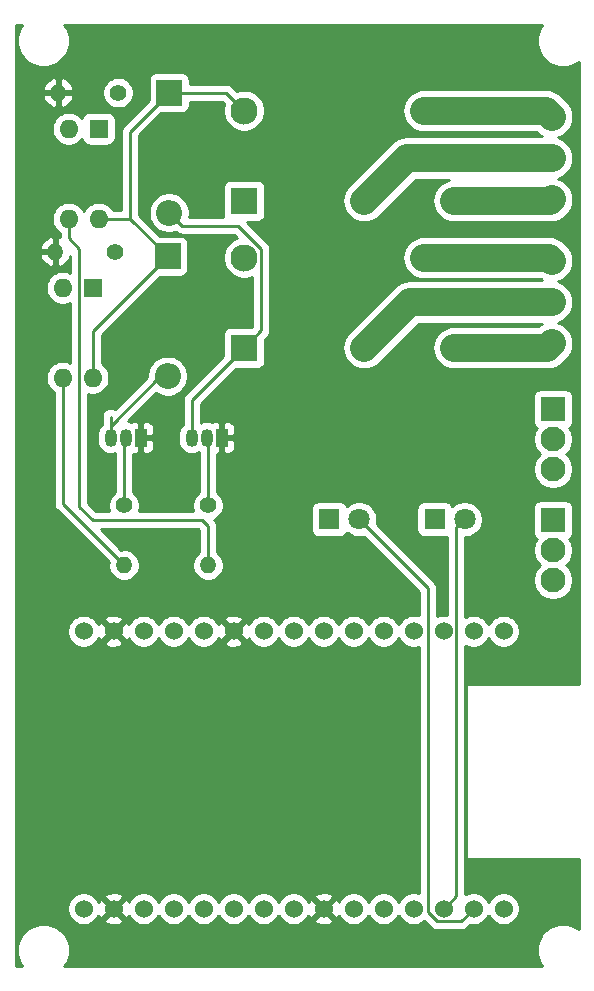
<source format=gbr>
%TF.GenerationSoftware,KiCad,Pcbnew,(5.1.10)-1*%
%TF.CreationDate,2021-06-25T14:15:48-05:00*%
%TF.ProjectId,ESPRelay,45535052-656c-4617-992e-6b696361645f,rev?*%
%TF.SameCoordinates,Original*%
%TF.FileFunction,Copper,L2,Bot*%
%TF.FilePolarity,Positive*%
%FSLAX46Y46*%
G04 Gerber Fmt 4.6, Leading zero omitted, Abs format (unit mm)*
G04 Created by KiCad (PCBNEW (5.1.10)-1) date 2021-06-25 14:15:48*
%MOMM*%
%LPD*%
G01*
G04 APERTURE LIST*
%TA.AperFunction,ComponentPad*%
%ADD10C,1.524000*%
%TD*%
%TA.AperFunction,ComponentPad*%
%ADD11C,1.800000*%
%TD*%
%TA.AperFunction,ComponentPad*%
%ADD12R,1.800000X1.800000*%
%TD*%
%TA.AperFunction,ComponentPad*%
%ADD13R,2.200000X2.200000*%
%TD*%
%TA.AperFunction,ComponentPad*%
%ADD14O,2.200000X2.200000*%
%TD*%
%TA.AperFunction,ComponentPad*%
%ADD15C,2.300000*%
%TD*%
%TA.AperFunction,ComponentPad*%
%ADD16R,2.300000X2.300000*%
%TD*%
%TA.AperFunction,ComponentPad*%
%ADD17O,1.050000X1.500000*%
%TD*%
%TA.AperFunction,ComponentPad*%
%ADD18R,1.050000X1.500000*%
%TD*%
%TA.AperFunction,ComponentPad*%
%ADD19C,1.400000*%
%TD*%
%TA.AperFunction,ComponentPad*%
%ADD20O,1.400000X1.400000*%
%TD*%
%TA.AperFunction,ComponentPad*%
%ADD21O,1.600000X1.600000*%
%TD*%
%TA.AperFunction,ComponentPad*%
%ADD22R,1.600000X1.600000*%
%TD*%
%TA.AperFunction,ComponentPad*%
%ADD23C,1.650000*%
%TD*%
%TA.AperFunction,ComponentPad*%
%ADD24R,1.650000X1.650000*%
%TD*%
%TA.AperFunction,ComponentPad*%
%ADD25C,2.100000*%
%TD*%
%TA.AperFunction,ComponentPad*%
%ADD26R,2.100000X2.100000*%
%TD*%
%TA.AperFunction,Conductor*%
%ADD27C,0.250000*%
%TD*%
%TA.AperFunction,Conductor*%
%ADD28C,2.400000*%
%TD*%
%TA.AperFunction,Conductor*%
%ADD29C,0.254000*%
%TD*%
%TA.AperFunction,Conductor*%
%ADD30C,0.100000*%
%TD*%
G04 APERTURE END LIST*
D10*
%TO.P,U1,1*%
%TO.N,Net-(U1-Pad1)*%
X124968000Y-110998000D03*
%TO.P,U1,2*%
%TO.N,Net-(U1-Pad2)*%
X122428000Y-110998000D03*
%TO.P,U1,3*%
%TO.N,Net-(U1-Pad3)*%
X119888000Y-110998000D03*
%TO.P,U1,4*%
%TO.N,Net-(U1-Pad4)*%
X117348000Y-110998000D03*
%TO.P,U1,5*%
%TO.N,Net-(U1-Pad5)*%
X114808000Y-110998000D03*
%TO.P,U1,6*%
%TO.N,Net-(U1-Pad6)*%
X112268000Y-110998000D03*
%TO.P,U1,7*%
%TO.N,Net-(U1-Pad7)*%
X109728000Y-110998000D03*
%TO.P,U1,8*%
%TO.N,Net-(U1-Pad8)*%
X107188000Y-110998000D03*
%TO.P,U1,9*%
%TO.N,Net-(U1-Pad9)*%
X104648000Y-110998000D03*
%TO.P,U1,10*%
%TO.N,GND*%
X102108000Y-110998000D03*
%TO.P,U1,11*%
%TO.N,Net-(U1-Pad11)*%
X99568000Y-110998000D03*
%TO.P,U1,12*%
%TO.N,Net-(U1-Pad12)*%
X97028000Y-110998000D03*
%TO.P,U1,13*%
%TO.N,Net-(U1-Pad13)*%
X94488000Y-110998000D03*
%TO.P,U1,14*%
%TO.N,GND*%
X91948000Y-110998000D03*
%TO.P,U1,15*%
%TO.N,+5V*%
X89408000Y-110998000D03*
%TO.P,U1,16*%
%TO.N,VCC*%
X89408000Y-134493000D03*
%TO.P,U1,17*%
%TO.N,GND*%
X91948000Y-134493000D03*
%TO.P,U1,18*%
%TO.N,Net-(U1-Pad18)*%
X94488000Y-134493000D03*
%TO.P,U1,19*%
%TO.N,Net-(U1-Pad19)*%
X97028000Y-134493000D03*
%TO.P,U1,20*%
%TO.N,Net-(U1-Pad20)*%
X99568000Y-134493000D03*
%TO.P,U1,21*%
%TO.N,Net-(U1-Pad21)*%
X102108000Y-134493000D03*
%TO.P,U1,22*%
%TO.N,Net-(J4-Pad2)*%
X104648000Y-134493000D03*
%TO.P,U1,23*%
%TO.N,Net-(J3-Pad2)*%
X107188000Y-134493000D03*
%TO.P,U1,24*%
%TO.N,GND*%
X109728000Y-134493000D03*
%TO.P,U1,25*%
%TO.N,Net-(U1-Pad25)*%
X112268000Y-134493000D03*
%TO.P,U1,26*%
%TO.N,Net-(U1-Pad26)*%
X114808000Y-134493000D03*
%TO.P,U1,27*%
%TO.N,Net-(U1-Pad27)*%
X117348000Y-134493000D03*
%TO.P,U1,28*%
%TO.N,Net-(D2-Pad2)*%
X119888000Y-134493000D03*
%TO.P,U1,29*%
%TO.N,Net-(D1-Pad2)*%
X122428000Y-134493000D03*
%TO.P,U1,30*%
%TO.N,Net-(U1-Pad30)*%
X124968000Y-134493000D03*
%TD*%
D11*
%TO.P,D1,2*%
%TO.N,Net-(D1-Pad2)*%
X112740000Y-101531000D03*
D12*
%TO.P,D1,1*%
%TO.N,Net-(D1-Pad1)*%
X110200000Y-101531000D03*
%TD*%
%TO.P,D2,1*%
%TO.N,Net-(D2-Pad1)*%
X119126000Y-101531000D03*
D11*
%TO.P,D2,2*%
%TO.N,Net-(D2-Pad2)*%
X121666000Y-101531000D03*
%TD*%
D13*
%TO.P,D3,1*%
%TO.N,+5V*%
X96647000Y-65405000D03*
D14*
%TO.P,D3,2*%
%TO.N,Net-(D3-Pad2)*%
X96647000Y-75565000D03*
%TD*%
%TO.P,D4,2*%
%TO.N,Net-(D4-Pad2)*%
X96520000Y-89408000D03*
D13*
%TO.P,D4,1*%
%TO.N,+5V*%
X96520000Y-79248000D03*
%TD*%
D15*
%TO.P,K1,5*%
%TO.N,+5V*%
X102997000Y-79375000D03*
%TO.P,K1,4*%
%TO.N,Net-(J1-Pad1)*%
X118237000Y-79375000D03*
%TO.P,K1,3*%
%TO.N,Net-(J1-Pad3)*%
X120777000Y-86995000D03*
%TO.P,K1,2*%
%TO.N,Net-(J1-Pad2)*%
X113157000Y-86995000D03*
D16*
%TO.P,K1,1*%
%TO.N,Net-(D3-Pad2)*%
X102997000Y-86995000D03*
%TD*%
%TO.P,K2,1*%
%TO.N,Net-(D4-Pad2)*%
X102997000Y-74549000D03*
D15*
%TO.P,K2,2*%
%TO.N,Net-(J2-Pad2)*%
X113157000Y-74549000D03*
%TO.P,K2,3*%
%TO.N,Net-(J2-Pad3)*%
X120777000Y-74549000D03*
%TO.P,K2,4*%
%TO.N,Net-(J2-Pad1)*%
X118237000Y-66929000D03*
%TO.P,K2,5*%
%TO.N,+5V*%
X102997000Y-66929000D03*
%TD*%
D17*
%TO.P,Q1,2*%
%TO.N,Net-(Q1-Pad2)*%
X99822000Y-94615000D03*
%TO.P,Q1,3*%
%TO.N,Net-(D3-Pad2)*%
X98552000Y-94615000D03*
D18*
%TO.P,Q1,1*%
%TO.N,GND*%
X101092000Y-94615000D03*
%TD*%
%TO.P,Q2,1*%
%TO.N,GND*%
X94234000Y-94615000D03*
D17*
%TO.P,Q2,3*%
%TO.N,Net-(D4-Pad2)*%
X91694000Y-94615000D03*
%TO.P,Q2,2*%
%TO.N,Net-(Q2-Pad2)*%
X92964000Y-94615000D03*
%TD*%
D19*
%TO.P,R1,1*%
%TO.N,Net-(R1-Pad1)*%
X92329000Y-65405000D03*
D20*
%TO.P,R1,2*%
%TO.N,GND*%
X87249000Y-65405000D03*
%TD*%
%TO.P,R2,2*%
%TO.N,GND*%
X86995000Y-78867000D03*
D19*
%TO.P,R2,1*%
%TO.N,Net-(R2-Pad1)*%
X92075000Y-78867000D03*
%TD*%
%TO.P,R3,1*%
%TO.N,Net-(Q1-Pad2)*%
X99949000Y-100330000D03*
D20*
%TO.P,R3,2*%
%TO.N,Net-(R3-Pad2)*%
X99949000Y-105410000D03*
%TD*%
%TO.P,R4,2*%
%TO.N,Net-(R4-Pad2)*%
X92837000Y-105410000D03*
D19*
%TO.P,R4,1*%
%TO.N,Net-(Q2-Pad2)*%
X92837000Y-100330000D03*
%TD*%
D21*
%TO.P,U2,4*%
%TO.N,+5V*%
X90678000Y-76073000D03*
%TO.P,U2,2*%
%TO.N,Net-(R1-Pad1)*%
X88138000Y-68453000D03*
%TO.P,U2,3*%
%TO.N,Net-(R3-Pad2)*%
X88138000Y-76073000D03*
D22*
%TO.P,U2,1*%
%TO.N,Net-(D1-Pad1)*%
X90678000Y-68453000D03*
%TD*%
%TO.P,U3,1*%
%TO.N,Net-(D2-Pad1)*%
X90170000Y-81915000D03*
D21*
%TO.P,U3,3*%
%TO.N,Net-(R4-Pad2)*%
X87630000Y-89535000D03*
%TO.P,U3,2*%
%TO.N,Net-(R2-Pad1)*%
X87630000Y-81915000D03*
%TO.P,U3,4*%
%TO.N,+5V*%
X90170000Y-89535000D03*
%TD*%
D23*
%TO.P,J1,3*%
%TO.N,Net-(J1-Pad3)*%
X129032000Y-86629000D03*
%TO.P,J1,2*%
%TO.N,Net-(J1-Pad2)*%
X129032000Y-83129000D03*
D24*
%TO.P,J1,1*%
%TO.N,Net-(J1-Pad1)*%
X129032000Y-79629000D03*
%TD*%
%TO.P,J2,1*%
%TO.N,Net-(J2-Pad1)*%
X129032000Y-67437000D03*
D23*
%TO.P,J2,2*%
%TO.N,Net-(J2-Pad2)*%
X129032000Y-70937000D03*
%TO.P,J2,3*%
%TO.N,Net-(J2-Pad3)*%
X129032000Y-74437000D03*
%TD*%
D25*
%TO.P,J3,3*%
%TO.N,VCC*%
X129159000Y-106680000D03*
%TO.P,J3,2*%
%TO.N,Net-(J3-Pad2)*%
X129159000Y-104140000D03*
D26*
%TO.P,J3,1*%
%TO.N,VCC*%
X129159000Y-101600000D03*
%TD*%
%TO.P,J4,1*%
%TO.N,VCC*%
X129159000Y-92202000D03*
D25*
%TO.P,J4,2*%
%TO.N,Net-(J4-Pad2)*%
X129159000Y-94742000D03*
%TO.P,J4,3*%
%TO.N,VCC*%
X129159000Y-97282000D03*
%TD*%
D27*
%TO.N,Net-(D1-Pad2)*%
X119366239Y-135580001D02*
X118560000Y-134773762D01*
X121340999Y-135580001D02*
X119366239Y-135580001D01*
X122428000Y-134493000D02*
X121340999Y-135580001D01*
X118560000Y-107351000D02*
X112740000Y-101531000D01*
X118560000Y-134773762D02*
X118560000Y-107351000D01*
%TO.N,Net-(D2-Pad2)*%
X120975001Y-102221999D02*
X121666000Y-101531000D01*
X120975001Y-133405999D02*
X120975001Y-102221999D01*
X119888000Y-134493000D02*
X120975001Y-133405999D01*
%TO.N,+5V*%
X90170000Y-85598000D02*
X96520000Y-79248000D01*
X90170000Y-89535000D02*
X90170000Y-85598000D01*
X102870000Y-79248000D02*
X102997000Y-79375000D01*
X93345000Y-76073000D02*
X96520000Y-79248000D01*
X90678000Y-76073000D02*
X93345000Y-76073000D01*
X93345000Y-68707000D02*
X96647000Y-65405000D01*
X93345000Y-76073000D02*
X93345000Y-68707000D01*
X101473000Y-65405000D02*
X102997000Y-66929000D01*
X96647000Y-65405000D02*
X101473000Y-65405000D01*
%TO.N,Net-(D3-Pad2)*%
X98552000Y-91440000D02*
X102997000Y-86995000D01*
X98552000Y-94615000D02*
X98552000Y-91440000D01*
X97746999Y-76664999D02*
X96647000Y-75565000D01*
X102470001Y-76664999D02*
X97746999Y-76664999D01*
X104472001Y-78666999D02*
X102470001Y-76664999D01*
X104472001Y-85519999D02*
X104472001Y-78666999D01*
X102997000Y-86995000D02*
X104472001Y-85519999D01*
%TO.N,Net-(D4-Pad2)*%
X95901000Y-89408000D02*
X96520000Y-89408000D01*
X91694000Y-93615000D02*
X95901000Y-89408000D01*
X91694000Y-94615000D02*
X91694000Y-93615000D01*
X91694000Y-94615000D02*
X91694000Y-92837000D01*
D28*
%TO.N,Net-(J1-Pad3)*%
X128666000Y-86995000D02*
X129032000Y-86629000D01*
X120777000Y-86995000D02*
X128666000Y-86995000D01*
%TO.N,Net-(J1-Pad2)*%
X117023000Y-83129000D02*
X129032000Y-83129000D01*
X113157000Y-86995000D02*
X117023000Y-83129000D01*
%TO.N,Net-(J1-Pad1)*%
X128778000Y-79375000D02*
X129032000Y-79629000D01*
X118237000Y-79375000D02*
X128778000Y-79375000D01*
%TO.N,Net-(J2-Pad1)*%
X128524000Y-66929000D02*
X129032000Y-67437000D01*
X118237000Y-66929000D02*
X128524000Y-66929000D01*
%TO.N,Net-(J2-Pad2)*%
X116769000Y-70937000D02*
X129032000Y-70937000D01*
X113157000Y-74549000D02*
X116769000Y-70937000D01*
%TO.N,Net-(J2-Pad3)*%
X128920000Y-74549000D02*
X129032000Y-74437000D01*
X120777000Y-74549000D02*
X128920000Y-74549000D01*
D27*
%TO.N,Net-(Q1-Pad2)*%
X99949000Y-94742000D02*
X99822000Y-94615000D01*
X99949000Y-100330000D02*
X99949000Y-94742000D01*
%TO.N,Net-(Q2-Pad2)*%
X92837000Y-94742000D02*
X92964000Y-94615000D01*
X92837000Y-100330000D02*
X92837000Y-94742000D01*
%TO.N,Net-(D1-Pad1)*%
X90297000Y-68453000D02*
X90678000Y-68453000D01*
%TO.N,Net-(D2-Pad1)*%
X89552999Y-81297999D02*
X90170000Y-81915000D01*
%TO.N,Net-(R3-Pad2)*%
X99949000Y-105410000D02*
X99949000Y-103759000D01*
X89044999Y-78604997D02*
X89044999Y-100474999D01*
X88138000Y-77697998D02*
X89044999Y-78604997D01*
X88138000Y-76073000D02*
X88138000Y-77697998D01*
X89044999Y-100474999D02*
X90170000Y-101600000D01*
X90170000Y-101600000D02*
X99441000Y-101600000D01*
X99949000Y-102108000D02*
X99949000Y-105410000D01*
X99441000Y-101600000D02*
X99949000Y-102108000D01*
%TO.N,Net-(R4-Pad2)*%
X87630000Y-100203000D02*
X87630000Y-89535000D01*
X92837000Y-105410000D02*
X87630000Y-100203000D01*
%TD*%
D29*
%TO.N,GND*%
X84019369Y-59941331D02*
X83850890Y-60348075D01*
X83765000Y-60779872D01*
X83765000Y-61220128D01*
X83850890Y-61651925D01*
X84019369Y-62058669D01*
X84263962Y-62424729D01*
X84575271Y-62736038D01*
X84941331Y-62980631D01*
X85348075Y-63149110D01*
X85779872Y-63235000D01*
X86220128Y-63235000D01*
X86651925Y-63149110D01*
X87058669Y-62980631D01*
X87424729Y-62736038D01*
X87736038Y-62424729D01*
X87980631Y-62058669D01*
X88149110Y-61651925D01*
X88235000Y-61220128D01*
X88235000Y-60779872D01*
X88149110Y-60348075D01*
X87980631Y-59941331D01*
X87792652Y-59660000D01*
X128207348Y-59660000D01*
X128019369Y-59941331D01*
X127850890Y-60348075D01*
X127765000Y-60779872D01*
X127765000Y-61220128D01*
X127850890Y-61651925D01*
X128019369Y-62058669D01*
X128263962Y-62424729D01*
X128575271Y-62736038D01*
X128941331Y-62980631D01*
X129348075Y-63149110D01*
X129779872Y-63235000D01*
X130220128Y-63235000D01*
X130651925Y-63149110D01*
X131058669Y-62980631D01*
X131340000Y-62792652D01*
X131340001Y-115443000D01*
X121920000Y-115443000D01*
X121895224Y-115445440D01*
X121871399Y-115452667D01*
X121849443Y-115464403D01*
X121830197Y-115480197D01*
X121814403Y-115499443D01*
X121802667Y-115521399D01*
X121795440Y-115545224D01*
X121793000Y-115570000D01*
X121793000Y-130175000D01*
X121795440Y-130199776D01*
X121802667Y-130223601D01*
X121814403Y-130245557D01*
X121830197Y-130264803D01*
X121849443Y-130280597D01*
X121871399Y-130292333D01*
X121895224Y-130299560D01*
X121920000Y-130302000D01*
X131340001Y-130302000D01*
X131340001Y-136207349D01*
X131058669Y-136019369D01*
X130651925Y-135850890D01*
X130220128Y-135765000D01*
X129779872Y-135765000D01*
X129348075Y-135850890D01*
X128941331Y-136019369D01*
X128575271Y-136263962D01*
X128263962Y-136575271D01*
X128019369Y-136941331D01*
X127850890Y-137348075D01*
X127765000Y-137779872D01*
X127765000Y-138220128D01*
X127850890Y-138651925D01*
X128019369Y-139058669D01*
X128207348Y-139340000D01*
X87792652Y-139340000D01*
X87980631Y-139058669D01*
X88149110Y-138651925D01*
X88235000Y-138220128D01*
X88235000Y-137779872D01*
X88149110Y-137348075D01*
X87980631Y-136941331D01*
X87736038Y-136575271D01*
X87424729Y-136263962D01*
X87058669Y-136019369D01*
X86651925Y-135850890D01*
X86220128Y-135765000D01*
X85779872Y-135765000D01*
X85348075Y-135850890D01*
X84941331Y-136019369D01*
X84575271Y-136263962D01*
X84263962Y-136575271D01*
X84019369Y-136941331D01*
X83850890Y-137348075D01*
X83765000Y-137779872D01*
X83765000Y-138220128D01*
X83850890Y-138651925D01*
X84019369Y-139058669D01*
X84207348Y-139340000D01*
X83660000Y-139340000D01*
X83660000Y-134355408D01*
X88011000Y-134355408D01*
X88011000Y-134630592D01*
X88064686Y-134900490D01*
X88169995Y-135154727D01*
X88322880Y-135383535D01*
X88517465Y-135578120D01*
X88746273Y-135731005D01*
X89000510Y-135836314D01*
X89270408Y-135890000D01*
X89545592Y-135890000D01*
X89815490Y-135836314D01*
X90069727Y-135731005D01*
X90298535Y-135578120D01*
X90418090Y-135458565D01*
X91162040Y-135458565D01*
X91229020Y-135698656D01*
X91478048Y-135815756D01*
X91745135Y-135882023D01*
X92020017Y-135894910D01*
X92292133Y-135853922D01*
X92551023Y-135760636D01*
X92666980Y-135698656D01*
X92733960Y-135458565D01*
X91948000Y-134672605D01*
X91162040Y-135458565D01*
X90418090Y-135458565D01*
X90493120Y-135383535D01*
X90646005Y-135154727D01*
X90675692Y-135083057D01*
X90680364Y-135096023D01*
X90742344Y-135211980D01*
X90982435Y-135278960D01*
X91768395Y-134493000D01*
X92127605Y-134493000D01*
X92913565Y-135278960D01*
X93153656Y-135211980D01*
X93217485Y-135076240D01*
X93249995Y-135154727D01*
X93402880Y-135383535D01*
X93597465Y-135578120D01*
X93826273Y-135731005D01*
X94080510Y-135836314D01*
X94350408Y-135890000D01*
X94625592Y-135890000D01*
X94895490Y-135836314D01*
X95149727Y-135731005D01*
X95378535Y-135578120D01*
X95573120Y-135383535D01*
X95726005Y-135154727D01*
X95758000Y-135077485D01*
X95789995Y-135154727D01*
X95942880Y-135383535D01*
X96137465Y-135578120D01*
X96366273Y-135731005D01*
X96620510Y-135836314D01*
X96890408Y-135890000D01*
X97165592Y-135890000D01*
X97435490Y-135836314D01*
X97689727Y-135731005D01*
X97918535Y-135578120D01*
X98113120Y-135383535D01*
X98266005Y-135154727D01*
X98298000Y-135077485D01*
X98329995Y-135154727D01*
X98482880Y-135383535D01*
X98677465Y-135578120D01*
X98906273Y-135731005D01*
X99160510Y-135836314D01*
X99430408Y-135890000D01*
X99705592Y-135890000D01*
X99975490Y-135836314D01*
X100229727Y-135731005D01*
X100458535Y-135578120D01*
X100653120Y-135383535D01*
X100806005Y-135154727D01*
X100838000Y-135077485D01*
X100869995Y-135154727D01*
X101022880Y-135383535D01*
X101217465Y-135578120D01*
X101446273Y-135731005D01*
X101700510Y-135836314D01*
X101970408Y-135890000D01*
X102245592Y-135890000D01*
X102515490Y-135836314D01*
X102769727Y-135731005D01*
X102998535Y-135578120D01*
X103193120Y-135383535D01*
X103346005Y-135154727D01*
X103378000Y-135077485D01*
X103409995Y-135154727D01*
X103562880Y-135383535D01*
X103757465Y-135578120D01*
X103986273Y-135731005D01*
X104240510Y-135836314D01*
X104510408Y-135890000D01*
X104785592Y-135890000D01*
X105055490Y-135836314D01*
X105309727Y-135731005D01*
X105538535Y-135578120D01*
X105733120Y-135383535D01*
X105886005Y-135154727D01*
X105918000Y-135077485D01*
X105949995Y-135154727D01*
X106102880Y-135383535D01*
X106297465Y-135578120D01*
X106526273Y-135731005D01*
X106780510Y-135836314D01*
X107050408Y-135890000D01*
X107325592Y-135890000D01*
X107595490Y-135836314D01*
X107849727Y-135731005D01*
X108078535Y-135578120D01*
X108198090Y-135458565D01*
X108942040Y-135458565D01*
X109009020Y-135698656D01*
X109258048Y-135815756D01*
X109525135Y-135882023D01*
X109800017Y-135894910D01*
X110072133Y-135853922D01*
X110331023Y-135760636D01*
X110446980Y-135698656D01*
X110513960Y-135458565D01*
X109728000Y-134672605D01*
X108942040Y-135458565D01*
X108198090Y-135458565D01*
X108273120Y-135383535D01*
X108426005Y-135154727D01*
X108455692Y-135083057D01*
X108460364Y-135096023D01*
X108522344Y-135211980D01*
X108762435Y-135278960D01*
X109548395Y-134493000D01*
X108762435Y-133707040D01*
X108522344Y-133774020D01*
X108458515Y-133909760D01*
X108426005Y-133831273D01*
X108273120Y-133602465D01*
X108198090Y-133527435D01*
X108942040Y-133527435D01*
X109728000Y-134313395D01*
X110513960Y-133527435D01*
X110446980Y-133287344D01*
X110197952Y-133170244D01*
X109930865Y-133103977D01*
X109655983Y-133091090D01*
X109383867Y-133132078D01*
X109124977Y-133225364D01*
X109009020Y-133287344D01*
X108942040Y-133527435D01*
X108198090Y-133527435D01*
X108078535Y-133407880D01*
X107849727Y-133254995D01*
X107595490Y-133149686D01*
X107325592Y-133096000D01*
X107050408Y-133096000D01*
X106780510Y-133149686D01*
X106526273Y-133254995D01*
X106297465Y-133407880D01*
X106102880Y-133602465D01*
X105949995Y-133831273D01*
X105918000Y-133908515D01*
X105886005Y-133831273D01*
X105733120Y-133602465D01*
X105538535Y-133407880D01*
X105309727Y-133254995D01*
X105055490Y-133149686D01*
X104785592Y-133096000D01*
X104510408Y-133096000D01*
X104240510Y-133149686D01*
X103986273Y-133254995D01*
X103757465Y-133407880D01*
X103562880Y-133602465D01*
X103409995Y-133831273D01*
X103378000Y-133908515D01*
X103346005Y-133831273D01*
X103193120Y-133602465D01*
X102998535Y-133407880D01*
X102769727Y-133254995D01*
X102515490Y-133149686D01*
X102245592Y-133096000D01*
X101970408Y-133096000D01*
X101700510Y-133149686D01*
X101446273Y-133254995D01*
X101217465Y-133407880D01*
X101022880Y-133602465D01*
X100869995Y-133831273D01*
X100838000Y-133908515D01*
X100806005Y-133831273D01*
X100653120Y-133602465D01*
X100458535Y-133407880D01*
X100229727Y-133254995D01*
X99975490Y-133149686D01*
X99705592Y-133096000D01*
X99430408Y-133096000D01*
X99160510Y-133149686D01*
X98906273Y-133254995D01*
X98677465Y-133407880D01*
X98482880Y-133602465D01*
X98329995Y-133831273D01*
X98298000Y-133908515D01*
X98266005Y-133831273D01*
X98113120Y-133602465D01*
X97918535Y-133407880D01*
X97689727Y-133254995D01*
X97435490Y-133149686D01*
X97165592Y-133096000D01*
X96890408Y-133096000D01*
X96620510Y-133149686D01*
X96366273Y-133254995D01*
X96137465Y-133407880D01*
X95942880Y-133602465D01*
X95789995Y-133831273D01*
X95758000Y-133908515D01*
X95726005Y-133831273D01*
X95573120Y-133602465D01*
X95378535Y-133407880D01*
X95149727Y-133254995D01*
X94895490Y-133149686D01*
X94625592Y-133096000D01*
X94350408Y-133096000D01*
X94080510Y-133149686D01*
X93826273Y-133254995D01*
X93597465Y-133407880D01*
X93402880Y-133602465D01*
X93249995Y-133831273D01*
X93220308Y-133902943D01*
X93215636Y-133889977D01*
X93153656Y-133774020D01*
X92913565Y-133707040D01*
X92127605Y-134493000D01*
X91768395Y-134493000D01*
X90982435Y-133707040D01*
X90742344Y-133774020D01*
X90678515Y-133909760D01*
X90646005Y-133831273D01*
X90493120Y-133602465D01*
X90418090Y-133527435D01*
X91162040Y-133527435D01*
X91948000Y-134313395D01*
X92733960Y-133527435D01*
X92666980Y-133287344D01*
X92417952Y-133170244D01*
X92150865Y-133103977D01*
X91875983Y-133091090D01*
X91603867Y-133132078D01*
X91344977Y-133225364D01*
X91229020Y-133287344D01*
X91162040Y-133527435D01*
X90418090Y-133527435D01*
X90298535Y-133407880D01*
X90069727Y-133254995D01*
X89815490Y-133149686D01*
X89545592Y-133096000D01*
X89270408Y-133096000D01*
X89000510Y-133149686D01*
X88746273Y-133254995D01*
X88517465Y-133407880D01*
X88322880Y-133602465D01*
X88169995Y-133831273D01*
X88064686Y-134085510D01*
X88011000Y-134355408D01*
X83660000Y-134355408D01*
X83660000Y-110860408D01*
X88011000Y-110860408D01*
X88011000Y-111135592D01*
X88064686Y-111405490D01*
X88169995Y-111659727D01*
X88322880Y-111888535D01*
X88517465Y-112083120D01*
X88746273Y-112236005D01*
X89000510Y-112341314D01*
X89270408Y-112395000D01*
X89545592Y-112395000D01*
X89815490Y-112341314D01*
X90069727Y-112236005D01*
X90298535Y-112083120D01*
X90418090Y-111963565D01*
X91162040Y-111963565D01*
X91229020Y-112203656D01*
X91478048Y-112320756D01*
X91745135Y-112387023D01*
X92020017Y-112399910D01*
X92292133Y-112358922D01*
X92551023Y-112265636D01*
X92666980Y-112203656D01*
X92733960Y-111963565D01*
X91948000Y-111177605D01*
X91162040Y-111963565D01*
X90418090Y-111963565D01*
X90493120Y-111888535D01*
X90646005Y-111659727D01*
X90675692Y-111588057D01*
X90680364Y-111601023D01*
X90742344Y-111716980D01*
X90982435Y-111783960D01*
X91768395Y-110998000D01*
X92127605Y-110998000D01*
X92913565Y-111783960D01*
X93153656Y-111716980D01*
X93217485Y-111581240D01*
X93249995Y-111659727D01*
X93402880Y-111888535D01*
X93597465Y-112083120D01*
X93826273Y-112236005D01*
X94080510Y-112341314D01*
X94350408Y-112395000D01*
X94625592Y-112395000D01*
X94895490Y-112341314D01*
X95149727Y-112236005D01*
X95378535Y-112083120D01*
X95573120Y-111888535D01*
X95726005Y-111659727D01*
X95758000Y-111582485D01*
X95789995Y-111659727D01*
X95942880Y-111888535D01*
X96137465Y-112083120D01*
X96366273Y-112236005D01*
X96620510Y-112341314D01*
X96890408Y-112395000D01*
X97165592Y-112395000D01*
X97435490Y-112341314D01*
X97689727Y-112236005D01*
X97918535Y-112083120D01*
X98113120Y-111888535D01*
X98266005Y-111659727D01*
X98298000Y-111582485D01*
X98329995Y-111659727D01*
X98482880Y-111888535D01*
X98677465Y-112083120D01*
X98906273Y-112236005D01*
X99160510Y-112341314D01*
X99430408Y-112395000D01*
X99705592Y-112395000D01*
X99975490Y-112341314D01*
X100229727Y-112236005D01*
X100458535Y-112083120D01*
X100578090Y-111963565D01*
X101322040Y-111963565D01*
X101389020Y-112203656D01*
X101638048Y-112320756D01*
X101905135Y-112387023D01*
X102180017Y-112399910D01*
X102452133Y-112358922D01*
X102711023Y-112265636D01*
X102826980Y-112203656D01*
X102893960Y-111963565D01*
X102108000Y-111177605D01*
X101322040Y-111963565D01*
X100578090Y-111963565D01*
X100653120Y-111888535D01*
X100806005Y-111659727D01*
X100835692Y-111588057D01*
X100840364Y-111601023D01*
X100902344Y-111716980D01*
X101142435Y-111783960D01*
X101928395Y-110998000D01*
X102287605Y-110998000D01*
X103073565Y-111783960D01*
X103313656Y-111716980D01*
X103377485Y-111581240D01*
X103409995Y-111659727D01*
X103562880Y-111888535D01*
X103757465Y-112083120D01*
X103986273Y-112236005D01*
X104240510Y-112341314D01*
X104510408Y-112395000D01*
X104785592Y-112395000D01*
X105055490Y-112341314D01*
X105309727Y-112236005D01*
X105538535Y-112083120D01*
X105733120Y-111888535D01*
X105886005Y-111659727D01*
X105918000Y-111582485D01*
X105949995Y-111659727D01*
X106102880Y-111888535D01*
X106297465Y-112083120D01*
X106526273Y-112236005D01*
X106780510Y-112341314D01*
X107050408Y-112395000D01*
X107325592Y-112395000D01*
X107595490Y-112341314D01*
X107849727Y-112236005D01*
X108078535Y-112083120D01*
X108273120Y-111888535D01*
X108426005Y-111659727D01*
X108458000Y-111582485D01*
X108489995Y-111659727D01*
X108642880Y-111888535D01*
X108837465Y-112083120D01*
X109066273Y-112236005D01*
X109320510Y-112341314D01*
X109590408Y-112395000D01*
X109865592Y-112395000D01*
X110135490Y-112341314D01*
X110389727Y-112236005D01*
X110618535Y-112083120D01*
X110813120Y-111888535D01*
X110966005Y-111659727D01*
X110998000Y-111582485D01*
X111029995Y-111659727D01*
X111182880Y-111888535D01*
X111377465Y-112083120D01*
X111606273Y-112236005D01*
X111860510Y-112341314D01*
X112130408Y-112395000D01*
X112405592Y-112395000D01*
X112675490Y-112341314D01*
X112929727Y-112236005D01*
X113158535Y-112083120D01*
X113353120Y-111888535D01*
X113506005Y-111659727D01*
X113538000Y-111582485D01*
X113569995Y-111659727D01*
X113722880Y-111888535D01*
X113917465Y-112083120D01*
X114146273Y-112236005D01*
X114400510Y-112341314D01*
X114670408Y-112395000D01*
X114945592Y-112395000D01*
X115215490Y-112341314D01*
X115469727Y-112236005D01*
X115698535Y-112083120D01*
X115893120Y-111888535D01*
X116046005Y-111659727D01*
X116078000Y-111582485D01*
X116109995Y-111659727D01*
X116262880Y-111888535D01*
X116457465Y-112083120D01*
X116686273Y-112236005D01*
X116940510Y-112341314D01*
X117210408Y-112395000D01*
X117485592Y-112395000D01*
X117755490Y-112341314D01*
X117800001Y-112322877D01*
X117800000Y-133168123D01*
X117755490Y-133149686D01*
X117485592Y-133096000D01*
X117210408Y-133096000D01*
X116940510Y-133149686D01*
X116686273Y-133254995D01*
X116457465Y-133407880D01*
X116262880Y-133602465D01*
X116109995Y-133831273D01*
X116078000Y-133908515D01*
X116046005Y-133831273D01*
X115893120Y-133602465D01*
X115698535Y-133407880D01*
X115469727Y-133254995D01*
X115215490Y-133149686D01*
X114945592Y-133096000D01*
X114670408Y-133096000D01*
X114400510Y-133149686D01*
X114146273Y-133254995D01*
X113917465Y-133407880D01*
X113722880Y-133602465D01*
X113569995Y-133831273D01*
X113538000Y-133908515D01*
X113506005Y-133831273D01*
X113353120Y-133602465D01*
X113158535Y-133407880D01*
X112929727Y-133254995D01*
X112675490Y-133149686D01*
X112405592Y-133096000D01*
X112130408Y-133096000D01*
X111860510Y-133149686D01*
X111606273Y-133254995D01*
X111377465Y-133407880D01*
X111182880Y-133602465D01*
X111029995Y-133831273D01*
X111000308Y-133902943D01*
X110995636Y-133889977D01*
X110933656Y-133774020D01*
X110693565Y-133707040D01*
X109907605Y-134493000D01*
X110693565Y-135278960D01*
X110933656Y-135211980D01*
X110997485Y-135076240D01*
X111029995Y-135154727D01*
X111182880Y-135383535D01*
X111377465Y-135578120D01*
X111606273Y-135731005D01*
X111860510Y-135836314D01*
X112130408Y-135890000D01*
X112405592Y-135890000D01*
X112675490Y-135836314D01*
X112929727Y-135731005D01*
X113158535Y-135578120D01*
X113353120Y-135383535D01*
X113506005Y-135154727D01*
X113538000Y-135077485D01*
X113569995Y-135154727D01*
X113722880Y-135383535D01*
X113917465Y-135578120D01*
X114146273Y-135731005D01*
X114400510Y-135836314D01*
X114670408Y-135890000D01*
X114945592Y-135890000D01*
X115215490Y-135836314D01*
X115469727Y-135731005D01*
X115698535Y-135578120D01*
X115893120Y-135383535D01*
X116046005Y-135154727D01*
X116078000Y-135077485D01*
X116109995Y-135154727D01*
X116262880Y-135383535D01*
X116457465Y-135578120D01*
X116686273Y-135731005D01*
X116940510Y-135836314D01*
X117210408Y-135890000D01*
X117485592Y-135890000D01*
X117755490Y-135836314D01*
X118009727Y-135731005D01*
X118238535Y-135578120D01*
X118264046Y-135552609D01*
X118802440Y-136091003D01*
X118826238Y-136120002D01*
X118855236Y-136143800D01*
X118941962Y-136214975D01*
X119033610Y-136263962D01*
X119073992Y-136285547D01*
X119217253Y-136329004D01*
X119328906Y-136340001D01*
X119328915Y-136340001D01*
X119366238Y-136343677D01*
X119403561Y-136340001D01*
X121303677Y-136340001D01*
X121340999Y-136343677D01*
X121378321Y-136340001D01*
X121378332Y-136340001D01*
X121489985Y-136329004D01*
X121633246Y-136285547D01*
X121765275Y-136214975D01*
X121881000Y-136120002D01*
X121904803Y-136090999D01*
X122136429Y-135859372D01*
X122290408Y-135890000D01*
X122565592Y-135890000D01*
X122835490Y-135836314D01*
X123089727Y-135731005D01*
X123318535Y-135578120D01*
X123513120Y-135383535D01*
X123666005Y-135154727D01*
X123698000Y-135077485D01*
X123729995Y-135154727D01*
X123882880Y-135383535D01*
X124077465Y-135578120D01*
X124306273Y-135731005D01*
X124560510Y-135836314D01*
X124830408Y-135890000D01*
X125105592Y-135890000D01*
X125375490Y-135836314D01*
X125629727Y-135731005D01*
X125858535Y-135578120D01*
X126053120Y-135383535D01*
X126206005Y-135154727D01*
X126311314Y-134900490D01*
X126365000Y-134630592D01*
X126365000Y-134355408D01*
X126311314Y-134085510D01*
X126206005Y-133831273D01*
X126053120Y-133602465D01*
X125858535Y-133407880D01*
X125629727Y-133254995D01*
X125375490Y-133149686D01*
X125105592Y-133096000D01*
X124830408Y-133096000D01*
X124560510Y-133149686D01*
X124306273Y-133254995D01*
X124077465Y-133407880D01*
X123882880Y-133602465D01*
X123729995Y-133831273D01*
X123698000Y-133908515D01*
X123666005Y-133831273D01*
X123513120Y-133602465D01*
X123318535Y-133407880D01*
X123089727Y-133254995D01*
X122835490Y-133149686D01*
X122565592Y-133096000D01*
X122290408Y-133096000D01*
X122020510Y-133149686D01*
X121766273Y-133254995D01*
X121735001Y-133275890D01*
X121735001Y-112215110D01*
X121766273Y-112236005D01*
X122020510Y-112341314D01*
X122290408Y-112395000D01*
X122565592Y-112395000D01*
X122835490Y-112341314D01*
X123089727Y-112236005D01*
X123318535Y-112083120D01*
X123513120Y-111888535D01*
X123666005Y-111659727D01*
X123698000Y-111582485D01*
X123729995Y-111659727D01*
X123882880Y-111888535D01*
X124077465Y-112083120D01*
X124306273Y-112236005D01*
X124560510Y-112341314D01*
X124830408Y-112395000D01*
X125105592Y-112395000D01*
X125375490Y-112341314D01*
X125629727Y-112236005D01*
X125858535Y-112083120D01*
X126053120Y-111888535D01*
X126206005Y-111659727D01*
X126311314Y-111405490D01*
X126365000Y-111135592D01*
X126365000Y-110860408D01*
X126311314Y-110590510D01*
X126206005Y-110336273D01*
X126053120Y-110107465D01*
X125858535Y-109912880D01*
X125629727Y-109759995D01*
X125375490Y-109654686D01*
X125105592Y-109601000D01*
X124830408Y-109601000D01*
X124560510Y-109654686D01*
X124306273Y-109759995D01*
X124077465Y-109912880D01*
X123882880Y-110107465D01*
X123729995Y-110336273D01*
X123698000Y-110413515D01*
X123666005Y-110336273D01*
X123513120Y-110107465D01*
X123318535Y-109912880D01*
X123089727Y-109759995D01*
X122835490Y-109654686D01*
X122565592Y-109601000D01*
X122290408Y-109601000D01*
X122020510Y-109654686D01*
X121766273Y-109759995D01*
X121735001Y-109780890D01*
X121735001Y-103066000D01*
X121817184Y-103066000D01*
X122113743Y-103007011D01*
X122393095Y-102891299D01*
X122644505Y-102723312D01*
X122858312Y-102509505D01*
X123026299Y-102258095D01*
X123142011Y-101978743D01*
X123201000Y-101682184D01*
X123201000Y-101379816D01*
X123142011Y-101083257D01*
X123026299Y-100803905D01*
X122858312Y-100552495D01*
X122855817Y-100550000D01*
X127470928Y-100550000D01*
X127470928Y-102650000D01*
X127483188Y-102774482D01*
X127519498Y-102894180D01*
X127578463Y-103004494D01*
X127657815Y-103101185D01*
X127754506Y-103180537D01*
X127768546Y-103188042D01*
X127665772Y-103341853D01*
X127538754Y-103648504D01*
X127474000Y-103974042D01*
X127474000Y-104305958D01*
X127538754Y-104631496D01*
X127665772Y-104938147D01*
X127850175Y-105214125D01*
X128046050Y-105410000D01*
X127850175Y-105605875D01*
X127665772Y-105881853D01*
X127538754Y-106188504D01*
X127474000Y-106514042D01*
X127474000Y-106845958D01*
X127538754Y-107171496D01*
X127665772Y-107478147D01*
X127850175Y-107754125D01*
X128084875Y-107988825D01*
X128360853Y-108173228D01*
X128667504Y-108300246D01*
X128993042Y-108365000D01*
X129324958Y-108365000D01*
X129650496Y-108300246D01*
X129957147Y-108173228D01*
X130233125Y-107988825D01*
X130467825Y-107754125D01*
X130652228Y-107478147D01*
X130779246Y-107171496D01*
X130844000Y-106845958D01*
X130844000Y-106514042D01*
X130779246Y-106188504D01*
X130652228Y-105881853D01*
X130467825Y-105605875D01*
X130271950Y-105410000D01*
X130467825Y-105214125D01*
X130652228Y-104938147D01*
X130779246Y-104631496D01*
X130844000Y-104305958D01*
X130844000Y-103974042D01*
X130779246Y-103648504D01*
X130652228Y-103341853D01*
X130549454Y-103188042D01*
X130563494Y-103180537D01*
X130660185Y-103101185D01*
X130739537Y-103004494D01*
X130798502Y-102894180D01*
X130834812Y-102774482D01*
X130847072Y-102650000D01*
X130847072Y-100550000D01*
X130834812Y-100425518D01*
X130798502Y-100305820D01*
X130739537Y-100195506D01*
X130660185Y-100098815D01*
X130563494Y-100019463D01*
X130453180Y-99960498D01*
X130333482Y-99924188D01*
X130209000Y-99911928D01*
X128109000Y-99911928D01*
X127984518Y-99924188D01*
X127864820Y-99960498D01*
X127754506Y-100019463D01*
X127657815Y-100098815D01*
X127578463Y-100195506D01*
X127519498Y-100305820D01*
X127483188Y-100425518D01*
X127470928Y-100550000D01*
X122855817Y-100550000D01*
X122644505Y-100338688D01*
X122393095Y-100170701D01*
X122113743Y-100054989D01*
X121817184Y-99996000D01*
X121514816Y-99996000D01*
X121218257Y-100054989D01*
X120938905Y-100170701D01*
X120687495Y-100338688D01*
X120621056Y-100405127D01*
X120615502Y-100386820D01*
X120556537Y-100276506D01*
X120477185Y-100179815D01*
X120380494Y-100100463D01*
X120270180Y-100041498D01*
X120150482Y-100005188D01*
X120026000Y-99992928D01*
X118226000Y-99992928D01*
X118101518Y-100005188D01*
X117981820Y-100041498D01*
X117871506Y-100100463D01*
X117774815Y-100179815D01*
X117695463Y-100276506D01*
X117636498Y-100386820D01*
X117600188Y-100506518D01*
X117587928Y-100631000D01*
X117587928Y-102431000D01*
X117600188Y-102555482D01*
X117636498Y-102675180D01*
X117695463Y-102785494D01*
X117774815Y-102882185D01*
X117871506Y-102961537D01*
X117981820Y-103020502D01*
X118101518Y-103056812D01*
X118226000Y-103069072D01*
X120026000Y-103069072D01*
X120150482Y-103056812D01*
X120215002Y-103037240D01*
X120215002Y-109638676D01*
X120025592Y-109601000D01*
X119750408Y-109601000D01*
X119480510Y-109654686D01*
X119320000Y-109721172D01*
X119320000Y-107388323D01*
X119323676Y-107351000D01*
X119320000Y-107313677D01*
X119320000Y-107313667D01*
X119309003Y-107202014D01*
X119265546Y-107058753D01*
X119194974Y-106926723D01*
X119123799Y-106839997D01*
X119100001Y-106810999D01*
X119071003Y-106787201D01*
X114223731Y-101939930D01*
X114275000Y-101682184D01*
X114275000Y-101379816D01*
X114216011Y-101083257D01*
X114100299Y-100803905D01*
X113932312Y-100552495D01*
X113718505Y-100338688D01*
X113467095Y-100170701D01*
X113187743Y-100054989D01*
X112891184Y-99996000D01*
X112588816Y-99996000D01*
X112292257Y-100054989D01*
X112012905Y-100170701D01*
X111761495Y-100338688D01*
X111695056Y-100405127D01*
X111689502Y-100386820D01*
X111630537Y-100276506D01*
X111551185Y-100179815D01*
X111454494Y-100100463D01*
X111344180Y-100041498D01*
X111224482Y-100005188D01*
X111100000Y-99992928D01*
X109300000Y-99992928D01*
X109175518Y-100005188D01*
X109055820Y-100041498D01*
X108945506Y-100100463D01*
X108848815Y-100179815D01*
X108769463Y-100276506D01*
X108710498Y-100386820D01*
X108674188Y-100506518D01*
X108661928Y-100631000D01*
X108661928Y-102431000D01*
X108674188Y-102555482D01*
X108710498Y-102675180D01*
X108769463Y-102785494D01*
X108848815Y-102882185D01*
X108945506Y-102961537D01*
X109055820Y-103020502D01*
X109175518Y-103056812D01*
X109300000Y-103069072D01*
X111100000Y-103069072D01*
X111224482Y-103056812D01*
X111344180Y-103020502D01*
X111454494Y-102961537D01*
X111551185Y-102882185D01*
X111630537Y-102785494D01*
X111689502Y-102675180D01*
X111695056Y-102656873D01*
X111761495Y-102723312D01*
X112012905Y-102891299D01*
X112292257Y-103007011D01*
X112588816Y-103066000D01*
X112891184Y-103066000D01*
X113148930Y-103014731D01*
X117800001Y-107665803D01*
X117800001Y-109673123D01*
X117755490Y-109654686D01*
X117485592Y-109601000D01*
X117210408Y-109601000D01*
X116940510Y-109654686D01*
X116686273Y-109759995D01*
X116457465Y-109912880D01*
X116262880Y-110107465D01*
X116109995Y-110336273D01*
X116078000Y-110413515D01*
X116046005Y-110336273D01*
X115893120Y-110107465D01*
X115698535Y-109912880D01*
X115469727Y-109759995D01*
X115215490Y-109654686D01*
X114945592Y-109601000D01*
X114670408Y-109601000D01*
X114400510Y-109654686D01*
X114146273Y-109759995D01*
X113917465Y-109912880D01*
X113722880Y-110107465D01*
X113569995Y-110336273D01*
X113538000Y-110413515D01*
X113506005Y-110336273D01*
X113353120Y-110107465D01*
X113158535Y-109912880D01*
X112929727Y-109759995D01*
X112675490Y-109654686D01*
X112405592Y-109601000D01*
X112130408Y-109601000D01*
X111860510Y-109654686D01*
X111606273Y-109759995D01*
X111377465Y-109912880D01*
X111182880Y-110107465D01*
X111029995Y-110336273D01*
X110998000Y-110413515D01*
X110966005Y-110336273D01*
X110813120Y-110107465D01*
X110618535Y-109912880D01*
X110389727Y-109759995D01*
X110135490Y-109654686D01*
X109865592Y-109601000D01*
X109590408Y-109601000D01*
X109320510Y-109654686D01*
X109066273Y-109759995D01*
X108837465Y-109912880D01*
X108642880Y-110107465D01*
X108489995Y-110336273D01*
X108458000Y-110413515D01*
X108426005Y-110336273D01*
X108273120Y-110107465D01*
X108078535Y-109912880D01*
X107849727Y-109759995D01*
X107595490Y-109654686D01*
X107325592Y-109601000D01*
X107050408Y-109601000D01*
X106780510Y-109654686D01*
X106526273Y-109759995D01*
X106297465Y-109912880D01*
X106102880Y-110107465D01*
X105949995Y-110336273D01*
X105918000Y-110413515D01*
X105886005Y-110336273D01*
X105733120Y-110107465D01*
X105538535Y-109912880D01*
X105309727Y-109759995D01*
X105055490Y-109654686D01*
X104785592Y-109601000D01*
X104510408Y-109601000D01*
X104240510Y-109654686D01*
X103986273Y-109759995D01*
X103757465Y-109912880D01*
X103562880Y-110107465D01*
X103409995Y-110336273D01*
X103380308Y-110407943D01*
X103375636Y-110394977D01*
X103313656Y-110279020D01*
X103073565Y-110212040D01*
X102287605Y-110998000D01*
X101928395Y-110998000D01*
X101142435Y-110212040D01*
X100902344Y-110279020D01*
X100838515Y-110414760D01*
X100806005Y-110336273D01*
X100653120Y-110107465D01*
X100578090Y-110032435D01*
X101322040Y-110032435D01*
X102108000Y-110818395D01*
X102893960Y-110032435D01*
X102826980Y-109792344D01*
X102577952Y-109675244D01*
X102310865Y-109608977D01*
X102035983Y-109596090D01*
X101763867Y-109637078D01*
X101504977Y-109730364D01*
X101389020Y-109792344D01*
X101322040Y-110032435D01*
X100578090Y-110032435D01*
X100458535Y-109912880D01*
X100229727Y-109759995D01*
X99975490Y-109654686D01*
X99705592Y-109601000D01*
X99430408Y-109601000D01*
X99160510Y-109654686D01*
X98906273Y-109759995D01*
X98677465Y-109912880D01*
X98482880Y-110107465D01*
X98329995Y-110336273D01*
X98298000Y-110413515D01*
X98266005Y-110336273D01*
X98113120Y-110107465D01*
X97918535Y-109912880D01*
X97689727Y-109759995D01*
X97435490Y-109654686D01*
X97165592Y-109601000D01*
X96890408Y-109601000D01*
X96620510Y-109654686D01*
X96366273Y-109759995D01*
X96137465Y-109912880D01*
X95942880Y-110107465D01*
X95789995Y-110336273D01*
X95758000Y-110413515D01*
X95726005Y-110336273D01*
X95573120Y-110107465D01*
X95378535Y-109912880D01*
X95149727Y-109759995D01*
X94895490Y-109654686D01*
X94625592Y-109601000D01*
X94350408Y-109601000D01*
X94080510Y-109654686D01*
X93826273Y-109759995D01*
X93597465Y-109912880D01*
X93402880Y-110107465D01*
X93249995Y-110336273D01*
X93220308Y-110407943D01*
X93215636Y-110394977D01*
X93153656Y-110279020D01*
X92913565Y-110212040D01*
X92127605Y-110998000D01*
X91768395Y-110998000D01*
X90982435Y-110212040D01*
X90742344Y-110279020D01*
X90678515Y-110414760D01*
X90646005Y-110336273D01*
X90493120Y-110107465D01*
X90418090Y-110032435D01*
X91162040Y-110032435D01*
X91948000Y-110818395D01*
X92733960Y-110032435D01*
X92666980Y-109792344D01*
X92417952Y-109675244D01*
X92150865Y-109608977D01*
X91875983Y-109596090D01*
X91603867Y-109637078D01*
X91344977Y-109730364D01*
X91229020Y-109792344D01*
X91162040Y-110032435D01*
X90418090Y-110032435D01*
X90298535Y-109912880D01*
X90069727Y-109759995D01*
X89815490Y-109654686D01*
X89545592Y-109601000D01*
X89270408Y-109601000D01*
X89000510Y-109654686D01*
X88746273Y-109759995D01*
X88517465Y-109912880D01*
X88322880Y-110107465D01*
X88169995Y-110336273D01*
X88064686Y-110590510D01*
X88011000Y-110860408D01*
X83660000Y-110860408D01*
X83660000Y-81773665D01*
X86195000Y-81773665D01*
X86195000Y-82056335D01*
X86250147Y-82333574D01*
X86358320Y-82594727D01*
X86515363Y-82829759D01*
X86715241Y-83029637D01*
X86950273Y-83186680D01*
X87211426Y-83294853D01*
X87488665Y-83350000D01*
X87771335Y-83350000D01*
X88048574Y-83294853D01*
X88284999Y-83196923D01*
X88284999Y-88253078D01*
X88048574Y-88155147D01*
X87771335Y-88100000D01*
X87488665Y-88100000D01*
X87211426Y-88155147D01*
X86950273Y-88263320D01*
X86715241Y-88420363D01*
X86515363Y-88620241D01*
X86358320Y-88855273D01*
X86250147Y-89116426D01*
X86195000Y-89393665D01*
X86195000Y-89676335D01*
X86250147Y-89953574D01*
X86358320Y-90214727D01*
X86515363Y-90449759D01*
X86715241Y-90649637D01*
X86870001Y-90753044D01*
X86870000Y-100165678D01*
X86866324Y-100203000D01*
X86870000Y-100240322D01*
X86870000Y-100240332D01*
X86880997Y-100351985D01*
X86903303Y-100425518D01*
X86924454Y-100495246D01*
X86995026Y-100627276D01*
X87034871Y-100675826D01*
X87089999Y-100743001D01*
X87119003Y-100766804D01*
X91523355Y-105171157D01*
X91502000Y-105278514D01*
X91502000Y-105541486D01*
X91553304Y-105799405D01*
X91653939Y-106042359D01*
X91800038Y-106261013D01*
X91985987Y-106446962D01*
X92204641Y-106593061D01*
X92447595Y-106693696D01*
X92705514Y-106745000D01*
X92968486Y-106745000D01*
X93226405Y-106693696D01*
X93469359Y-106593061D01*
X93688013Y-106446962D01*
X93873962Y-106261013D01*
X94020061Y-106042359D01*
X94120696Y-105799405D01*
X94172000Y-105541486D01*
X94172000Y-105278514D01*
X94120696Y-105020595D01*
X94020061Y-104777641D01*
X93873962Y-104558987D01*
X93688013Y-104373038D01*
X93469359Y-104226939D01*
X93226405Y-104126304D01*
X92968486Y-104075000D01*
X92705514Y-104075000D01*
X92598157Y-104096355D01*
X90861802Y-102360000D01*
X99126199Y-102360000D01*
X99189000Y-102422802D01*
X99189001Y-103974042D01*
X99189001Y-104312225D01*
X99097987Y-104373038D01*
X98912038Y-104558987D01*
X98765939Y-104777641D01*
X98665304Y-105020595D01*
X98614000Y-105278514D01*
X98614000Y-105541486D01*
X98665304Y-105799405D01*
X98765939Y-106042359D01*
X98912038Y-106261013D01*
X99097987Y-106446962D01*
X99316641Y-106593061D01*
X99559595Y-106693696D01*
X99817514Y-106745000D01*
X100080486Y-106745000D01*
X100338405Y-106693696D01*
X100581359Y-106593061D01*
X100800013Y-106446962D01*
X100985962Y-106261013D01*
X101132061Y-106042359D01*
X101232696Y-105799405D01*
X101284000Y-105541486D01*
X101284000Y-105278514D01*
X101232696Y-105020595D01*
X101132061Y-104777641D01*
X100985962Y-104558987D01*
X100800013Y-104373038D01*
X100709000Y-104312225D01*
X100709000Y-102145322D01*
X100712676Y-102107999D01*
X100709000Y-102070676D01*
X100709000Y-102070667D01*
X100698003Y-101959014D01*
X100654546Y-101815753D01*
X100583974Y-101683724D01*
X100489001Y-101567999D01*
X100475492Y-101556913D01*
X100581359Y-101513061D01*
X100800013Y-101366962D01*
X100985962Y-101181013D01*
X101132061Y-100962359D01*
X101232696Y-100719405D01*
X101284000Y-100461486D01*
X101284000Y-100198514D01*
X101232696Y-99940595D01*
X101132061Y-99697641D01*
X100985962Y-99478987D01*
X100800013Y-99293038D01*
X100709000Y-99232225D01*
X100709000Y-96001249D01*
X100806250Y-96000000D01*
X100965000Y-95841250D01*
X100965000Y-95068109D01*
X100965215Y-95067400D01*
X100982000Y-94896979D01*
X100982000Y-94742000D01*
X101219000Y-94742000D01*
X101219000Y-95841250D01*
X101377750Y-96000000D01*
X101617000Y-96003072D01*
X101741482Y-95990812D01*
X101861180Y-95954502D01*
X101971494Y-95895537D01*
X102068185Y-95816185D01*
X102147537Y-95719494D01*
X102206502Y-95609180D01*
X102242812Y-95489482D01*
X102255072Y-95365000D01*
X102252000Y-94900750D01*
X102093250Y-94742000D01*
X101219000Y-94742000D01*
X100982000Y-94742000D01*
X100982000Y-94333022D01*
X100965215Y-94162601D01*
X100965000Y-94161892D01*
X100965000Y-93388750D01*
X101219000Y-93388750D01*
X101219000Y-94488000D01*
X102093250Y-94488000D01*
X102252000Y-94329250D01*
X102255072Y-93865000D01*
X102242812Y-93740518D01*
X102206502Y-93620820D01*
X102147537Y-93510506D01*
X102068185Y-93413815D01*
X101971494Y-93334463D01*
X101861180Y-93275498D01*
X101741482Y-93239188D01*
X101617000Y-93226928D01*
X101377750Y-93230000D01*
X101219000Y-93388750D01*
X100965000Y-93388750D01*
X100806250Y-93230000D01*
X100567000Y-93226928D01*
X100442518Y-93239188D01*
X100322820Y-93275498D01*
X100258098Y-93310093D01*
X100049400Y-93246785D01*
X99822000Y-93224388D01*
X99594601Y-93246785D01*
X99375941Y-93313115D01*
X99312000Y-93347292D01*
X99312000Y-91754801D01*
X99914801Y-91152000D01*
X127470928Y-91152000D01*
X127470928Y-93252000D01*
X127483188Y-93376482D01*
X127519498Y-93496180D01*
X127578463Y-93606494D01*
X127657815Y-93703185D01*
X127754506Y-93782537D01*
X127768546Y-93790042D01*
X127665772Y-93943853D01*
X127538754Y-94250504D01*
X127474000Y-94576042D01*
X127474000Y-94907958D01*
X127538754Y-95233496D01*
X127665772Y-95540147D01*
X127850175Y-95816125D01*
X128046050Y-96012000D01*
X127850175Y-96207875D01*
X127665772Y-96483853D01*
X127538754Y-96790504D01*
X127474000Y-97116042D01*
X127474000Y-97447958D01*
X127538754Y-97773496D01*
X127665772Y-98080147D01*
X127850175Y-98356125D01*
X128084875Y-98590825D01*
X128360853Y-98775228D01*
X128667504Y-98902246D01*
X128993042Y-98967000D01*
X129324958Y-98967000D01*
X129650496Y-98902246D01*
X129957147Y-98775228D01*
X130233125Y-98590825D01*
X130467825Y-98356125D01*
X130652228Y-98080147D01*
X130779246Y-97773496D01*
X130844000Y-97447958D01*
X130844000Y-97116042D01*
X130779246Y-96790504D01*
X130652228Y-96483853D01*
X130467825Y-96207875D01*
X130271950Y-96012000D01*
X130467825Y-95816125D01*
X130652228Y-95540147D01*
X130779246Y-95233496D01*
X130844000Y-94907958D01*
X130844000Y-94576042D01*
X130779246Y-94250504D01*
X130652228Y-93943853D01*
X130549454Y-93790042D01*
X130563494Y-93782537D01*
X130660185Y-93703185D01*
X130739537Y-93606494D01*
X130798502Y-93496180D01*
X130834812Y-93376482D01*
X130847072Y-93252000D01*
X130847072Y-91152000D01*
X130834812Y-91027518D01*
X130798502Y-90907820D01*
X130739537Y-90797506D01*
X130660185Y-90700815D01*
X130563494Y-90621463D01*
X130453180Y-90562498D01*
X130333482Y-90526188D01*
X130209000Y-90513928D01*
X128109000Y-90513928D01*
X127984518Y-90526188D01*
X127864820Y-90562498D01*
X127754506Y-90621463D01*
X127657815Y-90700815D01*
X127578463Y-90797506D01*
X127519498Y-90907820D01*
X127483188Y-91027518D01*
X127470928Y-91152000D01*
X99914801Y-91152000D01*
X102283730Y-88783072D01*
X104147000Y-88783072D01*
X104271482Y-88770812D01*
X104391180Y-88734502D01*
X104501494Y-88675537D01*
X104598185Y-88596185D01*
X104677537Y-88499494D01*
X104736502Y-88389180D01*
X104772812Y-88269482D01*
X104785072Y-88145000D01*
X104785072Y-86995000D01*
X111313122Y-86995000D01*
X111348552Y-87354722D01*
X111453479Y-87700621D01*
X111623872Y-88019403D01*
X111853182Y-88298818D01*
X112132597Y-88528128D01*
X112451379Y-88698521D01*
X112797278Y-88803448D01*
X113157000Y-88838878D01*
X113516722Y-88803448D01*
X113862621Y-88698521D01*
X114181403Y-88528128D01*
X114390803Y-88356278D01*
X117783082Y-84964000D01*
X128254311Y-84964000D01*
X128007597Y-85095872D01*
X127929457Y-85160000D01*
X120686861Y-85160000D01*
X120417277Y-85186552D01*
X120071378Y-85291479D01*
X119752596Y-85461871D01*
X119473181Y-85691181D01*
X119243871Y-85970596D01*
X119073479Y-86289378D01*
X118968552Y-86635277D01*
X118933122Y-86995000D01*
X118968552Y-87354723D01*
X119073479Y-87700622D01*
X119243871Y-88019404D01*
X119473181Y-88298819D01*
X119752596Y-88528129D01*
X120071378Y-88698521D01*
X120417277Y-88803448D01*
X120686861Y-88830000D01*
X128575861Y-88830000D01*
X128666000Y-88838878D01*
X128756139Y-88830000D01*
X129025723Y-88803448D01*
X129371622Y-88698521D01*
X129690404Y-88528129D01*
X129969819Y-88298819D01*
X130027287Y-88228794D01*
X130393278Y-87862803D01*
X130565128Y-87653403D01*
X130735521Y-87334621D01*
X130840448Y-86988724D01*
X130875878Y-86629001D01*
X130840448Y-86269278D01*
X130735521Y-85923379D01*
X130565128Y-85604597D01*
X130335818Y-85325182D01*
X130056403Y-85095872D01*
X129737621Y-84925479D01*
X129584400Y-84879000D01*
X129737622Y-84832521D01*
X130056404Y-84662129D01*
X130335819Y-84432819D01*
X130565129Y-84153404D01*
X130735521Y-83834622D01*
X130840448Y-83488723D01*
X130875878Y-83129000D01*
X130840448Y-82769277D01*
X130735521Y-82423378D01*
X130565129Y-82104596D01*
X130335819Y-81825181D01*
X130056404Y-81595871D01*
X129737622Y-81425479D01*
X129584400Y-81379000D01*
X129737620Y-81332521D01*
X130056403Y-81162128D01*
X130335818Y-80932818D01*
X130565128Y-80653403D01*
X130735521Y-80334620D01*
X130840448Y-79988722D01*
X130875878Y-79628999D01*
X130840448Y-79269277D01*
X130735521Y-78923379D01*
X130565128Y-78604597D01*
X130393278Y-78395197D01*
X130139287Y-78141206D01*
X130081819Y-78071181D01*
X129802404Y-77841871D01*
X129483622Y-77671479D01*
X129137723Y-77566552D01*
X128868139Y-77540000D01*
X128778000Y-77531122D01*
X128687861Y-77540000D01*
X118146861Y-77540000D01*
X117877277Y-77566552D01*
X117531378Y-77671479D01*
X117212596Y-77841871D01*
X116933181Y-78071181D01*
X116703871Y-78350596D01*
X116533479Y-78669378D01*
X116428552Y-79015277D01*
X116393122Y-79375000D01*
X116428552Y-79734723D01*
X116533479Y-80080622D01*
X116703871Y-80399404D01*
X116933181Y-80678819D01*
X117212596Y-80908129D01*
X117531378Y-81078521D01*
X117877277Y-81183448D01*
X118146861Y-81210000D01*
X128097159Y-81210000D01*
X128254311Y-81294000D01*
X117113141Y-81294000D01*
X117023000Y-81285122D01*
X116663277Y-81320551D01*
X116397885Y-81401058D01*
X116317378Y-81425479D01*
X115998596Y-81595871D01*
X115719181Y-81825181D01*
X115661717Y-81895201D01*
X111795722Y-85761197D01*
X111623872Y-85970597D01*
X111453479Y-86289379D01*
X111348552Y-86635278D01*
X111313122Y-86995000D01*
X104785072Y-86995000D01*
X104785072Y-86281731D01*
X104983010Y-86083793D01*
X105012002Y-86060000D01*
X105035796Y-86031007D01*
X105035800Y-86031003D01*
X105106974Y-85944276D01*
X105106975Y-85944275D01*
X105177547Y-85812246D01*
X105221004Y-85668985D01*
X105232001Y-85557332D01*
X105232001Y-85557323D01*
X105235677Y-85520000D01*
X105232001Y-85482677D01*
X105232001Y-78704332D01*
X105235678Y-78666999D01*
X105221004Y-78518013D01*
X105177547Y-78374752D01*
X105106975Y-78242723D01*
X105035800Y-78155996D01*
X105012002Y-78126998D01*
X104983004Y-78103200D01*
X103216875Y-76337072D01*
X104147000Y-76337072D01*
X104271482Y-76324812D01*
X104391180Y-76288502D01*
X104501494Y-76229537D01*
X104598185Y-76150185D01*
X104677537Y-76053494D01*
X104736502Y-75943180D01*
X104772812Y-75823482D01*
X104785072Y-75699000D01*
X104785072Y-74549000D01*
X111313122Y-74549000D01*
X111348552Y-74908722D01*
X111453479Y-75254621D01*
X111623872Y-75573403D01*
X111853182Y-75852818D01*
X112132597Y-76082128D01*
X112451379Y-76252521D01*
X112797278Y-76357448D01*
X113157000Y-76392878D01*
X113516722Y-76357448D01*
X113862621Y-76252521D01*
X114181403Y-76082128D01*
X114390803Y-75910278D01*
X117529082Y-72772000D01*
X120313607Y-72772000D01*
X120071378Y-72845479D01*
X119752596Y-73015871D01*
X119473181Y-73245181D01*
X119243871Y-73524596D01*
X119073479Y-73843378D01*
X118968552Y-74189277D01*
X118933122Y-74549000D01*
X118968552Y-74908723D01*
X119073479Y-75254622D01*
X119243871Y-75573404D01*
X119473181Y-75852819D01*
X119752596Y-76082129D01*
X120071378Y-76252521D01*
X120417277Y-76357448D01*
X120686861Y-76384000D01*
X128829861Y-76384000D01*
X128920000Y-76392878D01*
X129010139Y-76384000D01*
X129279723Y-76357448D01*
X129625622Y-76252521D01*
X129944404Y-76082129D01*
X130223819Y-75852819D01*
X130281290Y-75782791D01*
X130393278Y-75670802D01*
X130565128Y-75461403D01*
X130735521Y-75142621D01*
X130840448Y-74796722D01*
X130875878Y-74437000D01*
X130840448Y-74077278D01*
X130735521Y-73731379D01*
X130565128Y-73412597D01*
X130335818Y-73133182D01*
X130056403Y-72903872D01*
X129737621Y-72733479D01*
X129584400Y-72687000D01*
X129737622Y-72640521D01*
X130056404Y-72470129D01*
X130335819Y-72240819D01*
X130565129Y-71961404D01*
X130735521Y-71642622D01*
X130840448Y-71296723D01*
X130875878Y-70937000D01*
X130840448Y-70577277D01*
X130735521Y-70231378D01*
X130565129Y-69912596D01*
X130335819Y-69633181D01*
X130056404Y-69403871D01*
X129737622Y-69233479D01*
X129584400Y-69187000D01*
X129737620Y-69140521D01*
X130056402Y-68970128D01*
X130335818Y-68740818D01*
X130565128Y-68461402D01*
X130735521Y-68142620D01*
X130840448Y-67796722D01*
X130875878Y-67436999D01*
X130840448Y-67077276D01*
X130735521Y-66731379D01*
X130565128Y-66412597D01*
X130393278Y-66203197D01*
X129885287Y-65695206D01*
X129827819Y-65625181D01*
X129548404Y-65395871D01*
X129229622Y-65225479D01*
X128883723Y-65120552D01*
X128614139Y-65094000D01*
X128524000Y-65085122D01*
X128433861Y-65094000D01*
X118146861Y-65094000D01*
X117877277Y-65120552D01*
X117531378Y-65225479D01*
X117212596Y-65395871D01*
X116933181Y-65625181D01*
X116703871Y-65904596D01*
X116533479Y-66223378D01*
X116428552Y-66569277D01*
X116393122Y-66929000D01*
X116428552Y-67288723D01*
X116533479Y-67634622D01*
X116703871Y-67953404D01*
X116933181Y-68232819D01*
X117212596Y-68462129D01*
X117531378Y-68632521D01*
X117877277Y-68737448D01*
X118146861Y-68764000D01*
X127763919Y-68764000D01*
X127798197Y-68798278D01*
X128007597Y-68970128D01*
X128254311Y-69102000D01*
X116859138Y-69102000D01*
X116768999Y-69093122D01*
X116409276Y-69128552D01*
X116130888Y-69213000D01*
X116063378Y-69233479D01*
X115744596Y-69403871D01*
X115465181Y-69633181D01*
X115407717Y-69703201D01*
X111795722Y-73315197D01*
X111623872Y-73524597D01*
X111453479Y-73843379D01*
X111348552Y-74189278D01*
X111313122Y-74549000D01*
X104785072Y-74549000D01*
X104785072Y-73399000D01*
X104772812Y-73274518D01*
X104736502Y-73154820D01*
X104677537Y-73044506D01*
X104598185Y-72947815D01*
X104501494Y-72868463D01*
X104391180Y-72809498D01*
X104271482Y-72773188D01*
X104147000Y-72760928D01*
X101847000Y-72760928D01*
X101722518Y-72773188D01*
X101602820Y-72809498D01*
X101492506Y-72868463D01*
X101395815Y-72947815D01*
X101316463Y-73044506D01*
X101257498Y-73154820D01*
X101221188Y-73274518D01*
X101208928Y-73399000D01*
X101208928Y-75699000D01*
X101221188Y-75823482D01*
X101245916Y-75904999D01*
X98348361Y-75904999D01*
X98382000Y-75735883D01*
X98382000Y-75394117D01*
X98315325Y-75058919D01*
X98184537Y-74743169D01*
X97994663Y-74459002D01*
X97752998Y-74217337D01*
X97468831Y-74027463D01*
X97153081Y-73896675D01*
X96817883Y-73830000D01*
X96476117Y-73830000D01*
X96140919Y-73896675D01*
X95825169Y-74027463D01*
X95541002Y-74217337D01*
X95299337Y-74459002D01*
X95109463Y-74743169D01*
X94978675Y-75058919D01*
X94912000Y-75394117D01*
X94912000Y-75735883D01*
X94978675Y-76071081D01*
X95109463Y-76386831D01*
X95299337Y-76670998D01*
X95541002Y-76912663D01*
X95825169Y-77102537D01*
X96140919Y-77233325D01*
X96476117Y-77300000D01*
X96817883Y-77300000D01*
X97153081Y-77233325D01*
X97211850Y-77208982D01*
X97235996Y-77228798D01*
X97322723Y-77299973D01*
X97454752Y-77370545D01*
X97598013Y-77414002D01*
X97746999Y-77428676D01*
X97784332Y-77424999D01*
X102155200Y-77424999D01*
X102414436Y-77684235D01*
X102151485Y-77793153D01*
X101859129Y-77988500D01*
X101610500Y-78237129D01*
X101415153Y-78529485D01*
X101280596Y-78854335D01*
X101212000Y-79199193D01*
X101212000Y-79550807D01*
X101280596Y-79895665D01*
X101415153Y-80220515D01*
X101610500Y-80512871D01*
X101859129Y-80761500D01*
X102151485Y-80956847D01*
X102476335Y-81091404D01*
X102821193Y-81160000D01*
X103172807Y-81160000D01*
X103517665Y-81091404D01*
X103712002Y-81010907D01*
X103712001Y-85205196D01*
X103710269Y-85206928D01*
X101847000Y-85206928D01*
X101722518Y-85219188D01*
X101602820Y-85255498D01*
X101492506Y-85314463D01*
X101395815Y-85393815D01*
X101316463Y-85490506D01*
X101257498Y-85600820D01*
X101221188Y-85720518D01*
X101208928Y-85845000D01*
X101208928Y-87708270D01*
X98040998Y-90876201D01*
X98012000Y-90899999D01*
X97988202Y-90928997D01*
X97988201Y-90928998D01*
X97917026Y-91015724D01*
X97846454Y-91147754D01*
X97802998Y-91291015D01*
X97788324Y-91440000D01*
X97792001Y-91477332D01*
X97792000Y-93513091D01*
X97727789Y-93565788D01*
X97582830Y-93742421D01*
X97475115Y-93943940D01*
X97408785Y-94162600D01*
X97392000Y-94333021D01*
X97392000Y-94896978D01*
X97408785Y-95067399D01*
X97475115Y-95286059D01*
X97582829Y-95487578D01*
X97727788Y-95664212D01*
X97904421Y-95809171D01*
X98105940Y-95916885D01*
X98324600Y-95983215D01*
X98552000Y-96005612D01*
X98779399Y-95983215D01*
X98998059Y-95916885D01*
X99187000Y-95815894D01*
X99189001Y-95816964D01*
X99189000Y-99232225D01*
X99097987Y-99293038D01*
X98912038Y-99478987D01*
X98765939Y-99697641D01*
X98665304Y-99940595D01*
X98614000Y-100198514D01*
X98614000Y-100461486D01*
X98665304Y-100719405D01*
X98715256Y-100840000D01*
X94070744Y-100840000D01*
X94120696Y-100719405D01*
X94172000Y-100461486D01*
X94172000Y-100198514D01*
X94120696Y-99940595D01*
X94020061Y-99697641D01*
X93873962Y-99478987D01*
X93688013Y-99293038D01*
X93597000Y-99232225D01*
X93597000Y-95992041D01*
X93709000Y-96003072D01*
X93948250Y-96000000D01*
X94107000Y-95841250D01*
X94107000Y-95068109D01*
X94107215Y-95067400D01*
X94124000Y-94896979D01*
X94124000Y-94742000D01*
X94361000Y-94742000D01*
X94361000Y-95841250D01*
X94519750Y-96000000D01*
X94759000Y-96003072D01*
X94883482Y-95990812D01*
X95003180Y-95954502D01*
X95113494Y-95895537D01*
X95210185Y-95816185D01*
X95289537Y-95719494D01*
X95348502Y-95609180D01*
X95384812Y-95489482D01*
X95397072Y-95365000D01*
X95394000Y-94900750D01*
X95235250Y-94742000D01*
X94361000Y-94742000D01*
X94124000Y-94742000D01*
X94124000Y-94333022D01*
X94107215Y-94162601D01*
X94107000Y-94161892D01*
X94107000Y-93388750D01*
X94361000Y-93388750D01*
X94361000Y-94488000D01*
X95235250Y-94488000D01*
X95394000Y-94329250D01*
X95397072Y-93865000D01*
X95384812Y-93740518D01*
X95348502Y-93620820D01*
X95289537Y-93510506D01*
X95210185Y-93413815D01*
X95113494Y-93334463D01*
X95003180Y-93275498D01*
X94883482Y-93239188D01*
X94759000Y-93226928D01*
X94519750Y-93230000D01*
X94361000Y-93388750D01*
X94107000Y-93388750D01*
X93948250Y-93230000D01*
X93709000Y-93226928D01*
X93584518Y-93239188D01*
X93464820Y-93275498D01*
X93400098Y-93310093D01*
X93191400Y-93246785D01*
X93141893Y-93241909D01*
X95542368Y-90841434D01*
X95698169Y-90945537D01*
X96013919Y-91076325D01*
X96349117Y-91143000D01*
X96690883Y-91143000D01*
X97026081Y-91076325D01*
X97341831Y-90945537D01*
X97625998Y-90755663D01*
X97867663Y-90513998D01*
X98057537Y-90229831D01*
X98188325Y-89914081D01*
X98255000Y-89578883D01*
X98255000Y-89237117D01*
X98188325Y-88901919D01*
X98057537Y-88586169D01*
X97867663Y-88302002D01*
X97625998Y-88060337D01*
X97341831Y-87870463D01*
X97026081Y-87739675D01*
X96690883Y-87673000D01*
X96349117Y-87673000D01*
X96013919Y-87739675D01*
X95698169Y-87870463D01*
X95414002Y-88060337D01*
X95172337Y-88302002D01*
X94982463Y-88586169D01*
X94851675Y-88901919D01*
X94785000Y-89237117D01*
X94785000Y-89449197D01*
X92062165Y-92172034D01*
X91986247Y-92131454D01*
X91842986Y-92087997D01*
X91694000Y-92073323D01*
X91545015Y-92087997D01*
X91401754Y-92131454D01*
X91269725Y-92202026D01*
X91154000Y-92296999D01*
X91059027Y-92412724D01*
X90988455Y-92544753D01*
X90944998Y-92688014D01*
X90934001Y-92799667D01*
X90934001Y-93513091D01*
X90869789Y-93565788D01*
X90724830Y-93742421D01*
X90617115Y-93943940D01*
X90550785Y-94162600D01*
X90534000Y-94333021D01*
X90534000Y-94896978D01*
X90550785Y-95067399D01*
X90617115Y-95286059D01*
X90724829Y-95487578D01*
X90869788Y-95664212D01*
X91046421Y-95809171D01*
X91247940Y-95916885D01*
X91466600Y-95983215D01*
X91694000Y-96005612D01*
X91921399Y-95983215D01*
X92077001Y-95936014D01*
X92077000Y-99232225D01*
X91985987Y-99293038D01*
X91800038Y-99478987D01*
X91653939Y-99697641D01*
X91553304Y-99940595D01*
X91502000Y-100198514D01*
X91502000Y-100461486D01*
X91553304Y-100719405D01*
X91603256Y-100840000D01*
X90484802Y-100840000D01*
X89804999Y-100160198D01*
X89804999Y-90925509D01*
X90028665Y-90970000D01*
X90311335Y-90970000D01*
X90588574Y-90914853D01*
X90849727Y-90806680D01*
X91084759Y-90649637D01*
X91284637Y-90449759D01*
X91441680Y-90214727D01*
X91549853Y-89953574D01*
X91605000Y-89676335D01*
X91605000Y-89393665D01*
X91549853Y-89116426D01*
X91441680Y-88855273D01*
X91284637Y-88620241D01*
X91084759Y-88420363D01*
X90930000Y-88316957D01*
X90930000Y-85912801D01*
X95856730Y-80986072D01*
X97620000Y-80986072D01*
X97744482Y-80973812D01*
X97864180Y-80937502D01*
X97974494Y-80878537D01*
X98071185Y-80799185D01*
X98150537Y-80702494D01*
X98209502Y-80592180D01*
X98245812Y-80472482D01*
X98258072Y-80348000D01*
X98258072Y-78148000D01*
X98245812Y-78023518D01*
X98209502Y-77903820D01*
X98150537Y-77793506D01*
X98071185Y-77696815D01*
X97974494Y-77617463D01*
X97864180Y-77558498D01*
X97744482Y-77522188D01*
X97620000Y-77509928D01*
X95856730Y-77509928D01*
X94105000Y-75758199D01*
X94105000Y-69021801D01*
X95983730Y-67143072D01*
X97747000Y-67143072D01*
X97871482Y-67130812D01*
X97991180Y-67094502D01*
X98101494Y-67035537D01*
X98198185Y-66956185D01*
X98277537Y-66859494D01*
X98336502Y-66749180D01*
X98372812Y-66629482D01*
X98385072Y-66505000D01*
X98385072Y-66165000D01*
X101158199Y-66165000D01*
X101316018Y-66322819D01*
X101280596Y-66408335D01*
X101212000Y-66753193D01*
X101212000Y-67104807D01*
X101280596Y-67449665D01*
X101415153Y-67774515D01*
X101610500Y-68066871D01*
X101859129Y-68315500D01*
X102151485Y-68510847D01*
X102476335Y-68645404D01*
X102821193Y-68714000D01*
X103172807Y-68714000D01*
X103517665Y-68645404D01*
X103842515Y-68510847D01*
X104134871Y-68315500D01*
X104383500Y-68066871D01*
X104578847Y-67774515D01*
X104713404Y-67449665D01*
X104782000Y-67104807D01*
X104782000Y-66753193D01*
X104713404Y-66408335D01*
X104578847Y-66083485D01*
X104383500Y-65791129D01*
X104134871Y-65542500D01*
X103842515Y-65347153D01*
X103517665Y-65212596D01*
X103172807Y-65144000D01*
X102821193Y-65144000D01*
X102476335Y-65212596D01*
X102390819Y-65248018D01*
X102036803Y-64894002D01*
X102013001Y-64864999D01*
X101897276Y-64770026D01*
X101765247Y-64699454D01*
X101621986Y-64655997D01*
X101510333Y-64645000D01*
X101510322Y-64645000D01*
X101473000Y-64641324D01*
X101435678Y-64645000D01*
X98385072Y-64645000D01*
X98385072Y-64305000D01*
X98372812Y-64180518D01*
X98336502Y-64060820D01*
X98277537Y-63950506D01*
X98198185Y-63853815D01*
X98101494Y-63774463D01*
X97991180Y-63715498D01*
X97871482Y-63679188D01*
X97747000Y-63666928D01*
X95547000Y-63666928D01*
X95422518Y-63679188D01*
X95302820Y-63715498D01*
X95192506Y-63774463D01*
X95095815Y-63853815D01*
X95016463Y-63950506D01*
X94957498Y-64060820D01*
X94921188Y-64180518D01*
X94908928Y-64305000D01*
X94908928Y-66068270D01*
X92833998Y-68143201D01*
X92805000Y-68166999D01*
X92781202Y-68195997D01*
X92781201Y-68195998D01*
X92710026Y-68282724D01*
X92639454Y-68414754D01*
X92595998Y-68558015D01*
X92581324Y-68707000D01*
X92585001Y-68744332D01*
X92585000Y-75313000D01*
X91896043Y-75313000D01*
X91792637Y-75158241D01*
X91592759Y-74958363D01*
X91357727Y-74801320D01*
X91096574Y-74693147D01*
X90819335Y-74638000D01*
X90536665Y-74638000D01*
X90259426Y-74693147D01*
X89998273Y-74801320D01*
X89763241Y-74958363D01*
X89563363Y-75158241D01*
X89408000Y-75390759D01*
X89252637Y-75158241D01*
X89052759Y-74958363D01*
X88817727Y-74801320D01*
X88556574Y-74693147D01*
X88279335Y-74638000D01*
X87996665Y-74638000D01*
X87719426Y-74693147D01*
X87458273Y-74801320D01*
X87223241Y-74958363D01*
X87023363Y-75158241D01*
X86866320Y-75393273D01*
X86758147Y-75654426D01*
X86703000Y-75931665D01*
X86703000Y-76214335D01*
X86758147Y-76491574D01*
X86866320Y-76752727D01*
X87023363Y-76987759D01*
X87223241Y-77187637D01*
X87378001Y-77291044D01*
X87378001Y-77592439D01*
X87328330Y-77574278D01*
X87122000Y-77696799D01*
X87122000Y-78740000D01*
X87142000Y-78740000D01*
X87142000Y-78994000D01*
X87122000Y-78994000D01*
X87122000Y-80037201D01*
X87328330Y-80159722D01*
X87574123Y-80069853D01*
X87797660Y-79933759D01*
X87990351Y-79756670D01*
X88144792Y-79545392D01*
X88255047Y-79308044D01*
X88284999Y-79209287D01*
X88284999Y-80633077D01*
X88048574Y-80535147D01*
X87771335Y-80480000D01*
X87488665Y-80480000D01*
X87211426Y-80535147D01*
X86950273Y-80643320D01*
X86715241Y-80800363D01*
X86515363Y-81000241D01*
X86358320Y-81235273D01*
X86250147Y-81496426D01*
X86195000Y-81773665D01*
X83660000Y-81773665D01*
X83660000Y-79200329D01*
X85702284Y-79200329D01*
X85734953Y-79308044D01*
X85845208Y-79545392D01*
X85999649Y-79756670D01*
X86192340Y-79933759D01*
X86415877Y-80069853D01*
X86661670Y-80159722D01*
X86868000Y-80037201D01*
X86868000Y-78994000D01*
X85825626Y-78994000D01*
X85702284Y-79200329D01*
X83660000Y-79200329D01*
X83660000Y-78533671D01*
X85702284Y-78533671D01*
X85825626Y-78740000D01*
X86868000Y-78740000D01*
X86868000Y-77696799D01*
X86661670Y-77574278D01*
X86415877Y-77664147D01*
X86192340Y-77800241D01*
X85999649Y-77977330D01*
X85845208Y-78188608D01*
X85734953Y-78425956D01*
X85702284Y-78533671D01*
X83660000Y-78533671D01*
X83660000Y-68311665D01*
X86703000Y-68311665D01*
X86703000Y-68594335D01*
X86758147Y-68871574D01*
X86866320Y-69132727D01*
X87023363Y-69367759D01*
X87223241Y-69567637D01*
X87458273Y-69724680D01*
X87719426Y-69832853D01*
X87996665Y-69888000D01*
X88279335Y-69888000D01*
X88556574Y-69832853D01*
X88817727Y-69724680D01*
X89052759Y-69567637D01*
X89251357Y-69369039D01*
X89252188Y-69377482D01*
X89288498Y-69497180D01*
X89347463Y-69607494D01*
X89426815Y-69704185D01*
X89523506Y-69783537D01*
X89633820Y-69842502D01*
X89753518Y-69878812D01*
X89878000Y-69891072D01*
X91478000Y-69891072D01*
X91602482Y-69878812D01*
X91722180Y-69842502D01*
X91832494Y-69783537D01*
X91929185Y-69704185D01*
X92008537Y-69607494D01*
X92067502Y-69497180D01*
X92103812Y-69377482D01*
X92116072Y-69253000D01*
X92116072Y-67653000D01*
X92103812Y-67528518D01*
X92067502Y-67408820D01*
X92008537Y-67298506D01*
X91929185Y-67201815D01*
X91832494Y-67122463D01*
X91722180Y-67063498D01*
X91602482Y-67027188D01*
X91478000Y-67014928D01*
X89878000Y-67014928D01*
X89753518Y-67027188D01*
X89633820Y-67063498D01*
X89523506Y-67122463D01*
X89426815Y-67201815D01*
X89347463Y-67298506D01*
X89288498Y-67408820D01*
X89252188Y-67528518D01*
X89251357Y-67536961D01*
X89052759Y-67338363D01*
X88817727Y-67181320D01*
X88556574Y-67073147D01*
X88279335Y-67018000D01*
X87996665Y-67018000D01*
X87719426Y-67073147D01*
X87458273Y-67181320D01*
X87223241Y-67338363D01*
X87023363Y-67538241D01*
X86866320Y-67773273D01*
X86758147Y-68034426D01*
X86703000Y-68311665D01*
X83660000Y-68311665D01*
X83660000Y-65738329D01*
X85956284Y-65738329D01*
X85988953Y-65846044D01*
X86099208Y-66083392D01*
X86253649Y-66294670D01*
X86446340Y-66471759D01*
X86669877Y-66607853D01*
X86915670Y-66697722D01*
X87122000Y-66575201D01*
X87122000Y-65532000D01*
X87376000Y-65532000D01*
X87376000Y-66575201D01*
X87582330Y-66697722D01*
X87828123Y-66607853D01*
X88051660Y-66471759D01*
X88244351Y-66294670D01*
X88398792Y-66083392D01*
X88509047Y-65846044D01*
X88541716Y-65738329D01*
X88418374Y-65532000D01*
X87376000Y-65532000D01*
X87122000Y-65532000D01*
X86079626Y-65532000D01*
X85956284Y-65738329D01*
X83660000Y-65738329D01*
X83660000Y-65071671D01*
X85956284Y-65071671D01*
X86079626Y-65278000D01*
X87122000Y-65278000D01*
X87122000Y-64234799D01*
X87376000Y-64234799D01*
X87376000Y-65278000D01*
X88418374Y-65278000D01*
X88421055Y-65273514D01*
X90994000Y-65273514D01*
X90994000Y-65536486D01*
X91045304Y-65794405D01*
X91145939Y-66037359D01*
X91292038Y-66256013D01*
X91477987Y-66441962D01*
X91696641Y-66588061D01*
X91939595Y-66688696D01*
X92197514Y-66740000D01*
X92460486Y-66740000D01*
X92718405Y-66688696D01*
X92961359Y-66588061D01*
X93180013Y-66441962D01*
X93365962Y-66256013D01*
X93512061Y-66037359D01*
X93612696Y-65794405D01*
X93664000Y-65536486D01*
X93664000Y-65273514D01*
X93612696Y-65015595D01*
X93512061Y-64772641D01*
X93365962Y-64553987D01*
X93180013Y-64368038D01*
X92961359Y-64221939D01*
X92718405Y-64121304D01*
X92460486Y-64070000D01*
X92197514Y-64070000D01*
X91939595Y-64121304D01*
X91696641Y-64221939D01*
X91477987Y-64368038D01*
X91292038Y-64553987D01*
X91145939Y-64772641D01*
X91045304Y-65015595D01*
X90994000Y-65273514D01*
X88421055Y-65273514D01*
X88541716Y-65071671D01*
X88509047Y-64963956D01*
X88398792Y-64726608D01*
X88244351Y-64515330D01*
X88051660Y-64338241D01*
X87828123Y-64202147D01*
X87582330Y-64112278D01*
X87376000Y-64234799D01*
X87122000Y-64234799D01*
X86915670Y-64112278D01*
X86669877Y-64202147D01*
X86446340Y-64338241D01*
X86253649Y-64515330D01*
X86099208Y-64726608D01*
X85988953Y-64963956D01*
X85956284Y-65071671D01*
X83660000Y-65071671D01*
X83660000Y-59660000D01*
X84207348Y-59660000D01*
X84019369Y-59941331D01*
%TA.AperFunction,Conductor*%
D30*
G36*
X84019369Y-59941331D02*
G01*
X83850890Y-60348075D01*
X83765000Y-60779872D01*
X83765000Y-61220128D01*
X83850890Y-61651925D01*
X84019369Y-62058669D01*
X84263962Y-62424729D01*
X84575271Y-62736038D01*
X84941331Y-62980631D01*
X85348075Y-63149110D01*
X85779872Y-63235000D01*
X86220128Y-63235000D01*
X86651925Y-63149110D01*
X87058669Y-62980631D01*
X87424729Y-62736038D01*
X87736038Y-62424729D01*
X87980631Y-62058669D01*
X88149110Y-61651925D01*
X88235000Y-61220128D01*
X88235000Y-60779872D01*
X88149110Y-60348075D01*
X87980631Y-59941331D01*
X87792652Y-59660000D01*
X128207348Y-59660000D01*
X128019369Y-59941331D01*
X127850890Y-60348075D01*
X127765000Y-60779872D01*
X127765000Y-61220128D01*
X127850890Y-61651925D01*
X128019369Y-62058669D01*
X128263962Y-62424729D01*
X128575271Y-62736038D01*
X128941331Y-62980631D01*
X129348075Y-63149110D01*
X129779872Y-63235000D01*
X130220128Y-63235000D01*
X130651925Y-63149110D01*
X131058669Y-62980631D01*
X131340000Y-62792652D01*
X131340001Y-115443000D01*
X121920000Y-115443000D01*
X121895224Y-115445440D01*
X121871399Y-115452667D01*
X121849443Y-115464403D01*
X121830197Y-115480197D01*
X121814403Y-115499443D01*
X121802667Y-115521399D01*
X121795440Y-115545224D01*
X121793000Y-115570000D01*
X121793000Y-130175000D01*
X121795440Y-130199776D01*
X121802667Y-130223601D01*
X121814403Y-130245557D01*
X121830197Y-130264803D01*
X121849443Y-130280597D01*
X121871399Y-130292333D01*
X121895224Y-130299560D01*
X121920000Y-130302000D01*
X131340001Y-130302000D01*
X131340001Y-136207349D01*
X131058669Y-136019369D01*
X130651925Y-135850890D01*
X130220128Y-135765000D01*
X129779872Y-135765000D01*
X129348075Y-135850890D01*
X128941331Y-136019369D01*
X128575271Y-136263962D01*
X128263962Y-136575271D01*
X128019369Y-136941331D01*
X127850890Y-137348075D01*
X127765000Y-137779872D01*
X127765000Y-138220128D01*
X127850890Y-138651925D01*
X128019369Y-139058669D01*
X128207348Y-139340000D01*
X87792652Y-139340000D01*
X87980631Y-139058669D01*
X88149110Y-138651925D01*
X88235000Y-138220128D01*
X88235000Y-137779872D01*
X88149110Y-137348075D01*
X87980631Y-136941331D01*
X87736038Y-136575271D01*
X87424729Y-136263962D01*
X87058669Y-136019369D01*
X86651925Y-135850890D01*
X86220128Y-135765000D01*
X85779872Y-135765000D01*
X85348075Y-135850890D01*
X84941331Y-136019369D01*
X84575271Y-136263962D01*
X84263962Y-136575271D01*
X84019369Y-136941331D01*
X83850890Y-137348075D01*
X83765000Y-137779872D01*
X83765000Y-138220128D01*
X83850890Y-138651925D01*
X84019369Y-139058669D01*
X84207348Y-139340000D01*
X83660000Y-139340000D01*
X83660000Y-134355408D01*
X88011000Y-134355408D01*
X88011000Y-134630592D01*
X88064686Y-134900490D01*
X88169995Y-135154727D01*
X88322880Y-135383535D01*
X88517465Y-135578120D01*
X88746273Y-135731005D01*
X89000510Y-135836314D01*
X89270408Y-135890000D01*
X89545592Y-135890000D01*
X89815490Y-135836314D01*
X90069727Y-135731005D01*
X90298535Y-135578120D01*
X90418090Y-135458565D01*
X91162040Y-135458565D01*
X91229020Y-135698656D01*
X91478048Y-135815756D01*
X91745135Y-135882023D01*
X92020017Y-135894910D01*
X92292133Y-135853922D01*
X92551023Y-135760636D01*
X92666980Y-135698656D01*
X92733960Y-135458565D01*
X91948000Y-134672605D01*
X91162040Y-135458565D01*
X90418090Y-135458565D01*
X90493120Y-135383535D01*
X90646005Y-135154727D01*
X90675692Y-135083057D01*
X90680364Y-135096023D01*
X90742344Y-135211980D01*
X90982435Y-135278960D01*
X91768395Y-134493000D01*
X92127605Y-134493000D01*
X92913565Y-135278960D01*
X93153656Y-135211980D01*
X93217485Y-135076240D01*
X93249995Y-135154727D01*
X93402880Y-135383535D01*
X93597465Y-135578120D01*
X93826273Y-135731005D01*
X94080510Y-135836314D01*
X94350408Y-135890000D01*
X94625592Y-135890000D01*
X94895490Y-135836314D01*
X95149727Y-135731005D01*
X95378535Y-135578120D01*
X95573120Y-135383535D01*
X95726005Y-135154727D01*
X95758000Y-135077485D01*
X95789995Y-135154727D01*
X95942880Y-135383535D01*
X96137465Y-135578120D01*
X96366273Y-135731005D01*
X96620510Y-135836314D01*
X96890408Y-135890000D01*
X97165592Y-135890000D01*
X97435490Y-135836314D01*
X97689727Y-135731005D01*
X97918535Y-135578120D01*
X98113120Y-135383535D01*
X98266005Y-135154727D01*
X98298000Y-135077485D01*
X98329995Y-135154727D01*
X98482880Y-135383535D01*
X98677465Y-135578120D01*
X98906273Y-135731005D01*
X99160510Y-135836314D01*
X99430408Y-135890000D01*
X99705592Y-135890000D01*
X99975490Y-135836314D01*
X100229727Y-135731005D01*
X100458535Y-135578120D01*
X100653120Y-135383535D01*
X100806005Y-135154727D01*
X100838000Y-135077485D01*
X100869995Y-135154727D01*
X101022880Y-135383535D01*
X101217465Y-135578120D01*
X101446273Y-135731005D01*
X101700510Y-135836314D01*
X101970408Y-135890000D01*
X102245592Y-135890000D01*
X102515490Y-135836314D01*
X102769727Y-135731005D01*
X102998535Y-135578120D01*
X103193120Y-135383535D01*
X103346005Y-135154727D01*
X103378000Y-135077485D01*
X103409995Y-135154727D01*
X103562880Y-135383535D01*
X103757465Y-135578120D01*
X103986273Y-135731005D01*
X104240510Y-135836314D01*
X104510408Y-135890000D01*
X104785592Y-135890000D01*
X105055490Y-135836314D01*
X105309727Y-135731005D01*
X105538535Y-135578120D01*
X105733120Y-135383535D01*
X105886005Y-135154727D01*
X105918000Y-135077485D01*
X105949995Y-135154727D01*
X106102880Y-135383535D01*
X106297465Y-135578120D01*
X106526273Y-135731005D01*
X106780510Y-135836314D01*
X107050408Y-135890000D01*
X107325592Y-135890000D01*
X107595490Y-135836314D01*
X107849727Y-135731005D01*
X108078535Y-135578120D01*
X108198090Y-135458565D01*
X108942040Y-135458565D01*
X109009020Y-135698656D01*
X109258048Y-135815756D01*
X109525135Y-135882023D01*
X109800017Y-135894910D01*
X110072133Y-135853922D01*
X110331023Y-135760636D01*
X110446980Y-135698656D01*
X110513960Y-135458565D01*
X109728000Y-134672605D01*
X108942040Y-135458565D01*
X108198090Y-135458565D01*
X108273120Y-135383535D01*
X108426005Y-135154727D01*
X108455692Y-135083057D01*
X108460364Y-135096023D01*
X108522344Y-135211980D01*
X108762435Y-135278960D01*
X109548395Y-134493000D01*
X108762435Y-133707040D01*
X108522344Y-133774020D01*
X108458515Y-133909760D01*
X108426005Y-133831273D01*
X108273120Y-133602465D01*
X108198090Y-133527435D01*
X108942040Y-133527435D01*
X109728000Y-134313395D01*
X110513960Y-133527435D01*
X110446980Y-133287344D01*
X110197952Y-133170244D01*
X109930865Y-133103977D01*
X109655983Y-133091090D01*
X109383867Y-133132078D01*
X109124977Y-133225364D01*
X109009020Y-133287344D01*
X108942040Y-133527435D01*
X108198090Y-133527435D01*
X108078535Y-133407880D01*
X107849727Y-133254995D01*
X107595490Y-133149686D01*
X107325592Y-133096000D01*
X107050408Y-133096000D01*
X106780510Y-133149686D01*
X106526273Y-133254995D01*
X106297465Y-133407880D01*
X106102880Y-133602465D01*
X105949995Y-133831273D01*
X105918000Y-133908515D01*
X105886005Y-133831273D01*
X105733120Y-133602465D01*
X105538535Y-133407880D01*
X105309727Y-133254995D01*
X105055490Y-133149686D01*
X104785592Y-133096000D01*
X104510408Y-133096000D01*
X104240510Y-133149686D01*
X103986273Y-133254995D01*
X103757465Y-133407880D01*
X103562880Y-133602465D01*
X103409995Y-133831273D01*
X103378000Y-133908515D01*
X103346005Y-133831273D01*
X103193120Y-133602465D01*
X102998535Y-133407880D01*
X102769727Y-133254995D01*
X102515490Y-133149686D01*
X102245592Y-133096000D01*
X101970408Y-133096000D01*
X101700510Y-133149686D01*
X101446273Y-133254995D01*
X101217465Y-133407880D01*
X101022880Y-133602465D01*
X100869995Y-133831273D01*
X100838000Y-133908515D01*
X100806005Y-133831273D01*
X100653120Y-133602465D01*
X100458535Y-133407880D01*
X100229727Y-133254995D01*
X99975490Y-133149686D01*
X99705592Y-133096000D01*
X99430408Y-133096000D01*
X99160510Y-133149686D01*
X98906273Y-133254995D01*
X98677465Y-133407880D01*
X98482880Y-133602465D01*
X98329995Y-133831273D01*
X98298000Y-133908515D01*
X98266005Y-133831273D01*
X98113120Y-133602465D01*
X97918535Y-133407880D01*
X97689727Y-133254995D01*
X97435490Y-133149686D01*
X97165592Y-133096000D01*
X96890408Y-133096000D01*
X96620510Y-133149686D01*
X96366273Y-133254995D01*
X96137465Y-133407880D01*
X95942880Y-133602465D01*
X95789995Y-133831273D01*
X95758000Y-133908515D01*
X95726005Y-133831273D01*
X95573120Y-133602465D01*
X95378535Y-133407880D01*
X95149727Y-133254995D01*
X94895490Y-133149686D01*
X94625592Y-133096000D01*
X94350408Y-133096000D01*
X94080510Y-133149686D01*
X93826273Y-133254995D01*
X93597465Y-133407880D01*
X93402880Y-133602465D01*
X93249995Y-133831273D01*
X93220308Y-133902943D01*
X93215636Y-133889977D01*
X93153656Y-133774020D01*
X92913565Y-133707040D01*
X92127605Y-134493000D01*
X91768395Y-134493000D01*
X90982435Y-133707040D01*
X90742344Y-133774020D01*
X90678515Y-133909760D01*
X90646005Y-133831273D01*
X90493120Y-133602465D01*
X90418090Y-133527435D01*
X91162040Y-133527435D01*
X91948000Y-134313395D01*
X92733960Y-133527435D01*
X92666980Y-133287344D01*
X92417952Y-133170244D01*
X92150865Y-133103977D01*
X91875983Y-133091090D01*
X91603867Y-133132078D01*
X91344977Y-133225364D01*
X91229020Y-133287344D01*
X91162040Y-133527435D01*
X90418090Y-133527435D01*
X90298535Y-133407880D01*
X90069727Y-133254995D01*
X89815490Y-133149686D01*
X89545592Y-133096000D01*
X89270408Y-133096000D01*
X89000510Y-133149686D01*
X88746273Y-133254995D01*
X88517465Y-133407880D01*
X88322880Y-133602465D01*
X88169995Y-133831273D01*
X88064686Y-134085510D01*
X88011000Y-134355408D01*
X83660000Y-134355408D01*
X83660000Y-110860408D01*
X88011000Y-110860408D01*
X88011000Y-111135592D01*
X88064686Y-111405490D01*
X88169995Y-111659727D01*
X88322880Y-111888535D01*
X88517465Y-112083120D01*
X88746273Y-112236005D01*
X89000510Y-112341314D01*
X89270408Y-112395000D01*
X89545592Y-112395000D01*
X89815490Y-112341314D01*
X90069727Y-112236005D01*
X90298535Y-112083120D01*
X90418090Y-111963565D01*
X91162040Y-111963565D01*
X91229020Y-112203656D01*
X91478048Y-112320756D01*
X91745135Y-112387023D01*
X92020017Y-112399910D01*
X92292133Y-112358922D01*
X92551023Y-112265636D01*
X92666980Y-112203656D01*
X92733960Y-111963565D01*
X91948000Y-111177605D01*
X91162040Y-111963565D01*
X90418090Y-111963565D01*
X90493120Y-111888535D01*
X90646005Y-111659727D01*
X90675692Y-111588057D01*
X90680364Y-111601023D01*
X90742344Y-111716980D01*
X90982435Y-111783960D01*
X91768395Y-110998000D01*
X92127605Y-110998000D01*
X92913565Y-111783960D01*
X93153656Y-111716980D01*
X93217485Y-111581240D01*
X93249995Y-111659727D01*
X93402880Y-111888535D01*
X93597465Y-112083120D01*
X93826273Y-112236005D01*
X94080510Y-112341314D01*
X94350408Y-112395000D01*
X94625592Y-112395000D01*
X94895490Y-112341314D01*
X95149727Y-112236005D01*
X95378535Y-112083120D01*
X95573120Y-111888535D01*
X95726005Y-111659727D01*
X95758000Y-111582485D01*
X95789995Y-111659727D01*
X95942880Y-111888535D01*
X96137465Y-112083120D01*
X96366273Y-112236005D01*
X96620510Y-112341314D01*
X96890408Y-112395000D01*
X97165592Y-112395000D01*
X97435490Y-112341314D01*
X97689727Y-112236005D01*
X97918535Y-112083120D01*
X98113120Y-111888535D01*
X98266005Y-111659727D01*
X98298000Y-111582485D01*
X98329995Y-111659727D01*
X98482880Y-111888535D01*
X98677465Y-112083120D01*
X98906273Y-112236005D01*
X99160510Y-112341314D01*
X99430408Y-112395000D01*
X99705592Y-112395000D01*
X99975490Y-112341314D01*
X100229727Y-112236005D01*
X100458535Y-112083120D01*
X100578090Y-111963565D01*
X101322040Y-111963565D01*
X101389020Y-112203656D01*
X101638048Y-112320756D01*
X101905135Y-112387023D01*
X102180017Y-112399910D01*
X102452133Y-112358922D01*
X102711023Y-112265636D01*
X102826980Y-112203656D01*
X102893960Y-111963565D01*
X102108000Y-111177605D01*
X101322040Y-111963565D01*
X100578090Y-111963565D01*
X100653120Y-111888535D01*
X100806005Y-111659727D01*
X100835692Y-111588057D01*
X100840364Y-111601023D01*
X100902344Y-111716980D01*
X101142435Y-111783960D01*
X101928395Y-110998000D01*
X102287605Y-110998000D01*
X103073565Y-111783960D01*
X103313656Y-111716980D01*
X103377485Y-111581240D01*
X103409995Y-111659727D01*
X103562880Y-111888535D01*
X103757465Y-112083120D01*
X103986273Y-112236005D01*
X104240510Y-112341314D01*
X104510408Y-112395000D01*
X104785592Y-112395000D01*
X105055490Y-112341314D01*
X105309727Y-112236005D01*
X105538535Y-112083120D01*
X105733120Y-111888535D01*
X105886005Y-111659727D01*
X105918000Y-111582485D01*
X105949995Y-111659727D01*
X106102880Y-111888535D01*
X106297465Y-112083120D01*
X106526273Y-112236005D01*
X106780510Y-112341314D01*
X107050408Y-112395000D01*
X107325592Y-112395000D01*
X107595490Y-112341314D01*
X107849727Y-112236005D01*
X108078535Y-112083120D01*
X108273120Y-111888535D01*
X108426005Y-111659727D01*
X108458000Y-111582485D01*
X108489995Y-111659727D01*
X108642880Y-111888535D01*
X108837465Y-112083120D01*
X109066273Y-112236005D01*
X109320510Y-112341314D01*
X109590408Y-112395000D01*
X109865592Y-112395000D01*
X110135490Y-112341314D01*
X110389727Y-112236005D01*
X110618535Y-112083120D01*
X110813120Y-111888535D01*
X110966005Y-111659727D01*
X110998000Y-111582485D01*
X111029995Y-111659727D01*
X111182880Y-111888535D01*
X111377465Y-112083120D01*
X111606273Y-112236005D01*
X111860510Y-112341314D01*
X112130408Y-112395000D01*
X112405592Y-112395000D01*
X112675490Y-112341314D01*
X112929727Y-112236005D01*
X113158535Y-112083120D01*
X113353120Y-111888535D01*
X113506005Y-111659727D01*
X113538000Y-111582485D01*
X113569995Y-111659727D01*
X113722880Y-111888535D01*
X113917465Y-112083120D01*
X114146273Y-112236005D01*
X114400510Y-112341314D01*
X114670408Y-112395000D01*
X114945592Y-112395000D01*
X115215490Y-112341314D01*
X115469727Y-112236005D01*
X115698535Y-112083120D01*
X115893120Y-111888535D01*
X116046005Y-111659727D01*
X116078000Y-111582485D01*
X116109995Y-111659727D01*
X116262880Y-111888535D01*
X116457465Y-112083120D01*
X116686273Y-112236005D01*
X116940510Y-112341314D01*
X117210408Y-112395000D01*
X117485592Y-112395000D01*
X117755490Y-112341314D01*
X117800001Y-112322877D01*
X117800000Y-133168123D01*
X117755490Y-133149686D01*
X117485592Y-133096000D01*
X117210408Y-133096000D01*
X116940510Y-133149686D01*
X116686273Y-133254995D01*
X116457465Y-133407880D01*
X116262880Y-133602465D01*
X116109995Y-133831273D01*
X116078000Y-133908515D01*
X116046005Y-133831273D01*
X115893120Y-133602465D01*
X115698535Y-133407880D01*
X115469727Y-133254995D01*
X115215490Y-133149686D01*
X114945592Y-133096000D01*
X114670408Y-133096000D01*
X114400510Y-133149686D01*
X114146273Y-133254995D01*
X113917465Y-133407880D01*
X113722880Y-133602465D01*
X113569995Y-133831273D01*
X113538000Y-133908515D01*
X113506005Y-133831273D01*
X113353120Y-133602465D01*
X113158535Y-133407880D01*
X112929727Y-133254995D01*
X112675490Y-133149686D01*
X112405592Y-133096000D01*
X112130408Y-133096000D01*
X111860510Y-133149686D01*
X111606273Y-133254995D01*
X111377465Y-133407880D01*
X111182880Y-133602465D01*
X111029995Y-133831273D01*
X111000308Y-133902943D01*
X110995636Y-133889977D01*
X110933656Y-133774020D01*
X110693565Y-133707040D01*
X109907605Y-134493000D01*
X110693565Y-135278960D01*
X110933656Y-135211980D01*
X110997485Y-135076240D01*
X111029995Y-135154727D01*
X111182880Y-135383535D01*
X111377465Y-135578120D01*
X111606273Y-135731005D01*
X111860510Y-135836314D01*
X112130408Y-135890000D01*
X112405592Y-135890000D01*
X112675490Y-135836314D01*
X112929727Y-135731005D01*
X113158535Y-135578120D01*
X113353120Y-135383535D01*
X113506005Y-135154727D01*
X113538000Y-135077485D01*
X113569995Y-135154727D01*
X113722880Y-135383535D01*
X113917465Y-135578120D01*
X114146273Y-135731005D01*
X114400510Y-135836314D01*
X114670408Y-135890000D01*
X114945592Y-135890000D01*
X115215490Y-135836314D01*
X115469727Y-135731005D01*
X115698535Y-135578120D01*
X115893120Y-135383535D01*
X116046005Y-135154727D01*
X116078000Y-135077485D01*
X116109995Y-135154727D01*
X116262880Y-135383535D01*
X116457465Y-135578120D01*
X116686273Y-135731005D01*
X116940510Y-135836314D01*
X117210408Y-135890000D01*
X117485592Y-135890000D01*
X117755490Y-135836314D01*
X118009727Y-135731005D01*
X118238535Y-135578120D01*
X118264046Y-135552609D01*
X118802440Y-136091003D01*
X118826238Y-136120002D01*
X118855236Y-136143800D01*
X118941962Y-136214975D01*
X119033610Y-136263962D01*
X119073992Y-136285547D01*
X119217253Y-136329004D01*
X119328906Y-136340001D01*
X119328915Y-136340001D01*
X119366238Y-136343677D01*
X119403561Y-136340001D01*
X121303677Y-136340001D01*
X121340999Y-136343677D01*
X121378321Y-136340001D01*
X121378332Y-136340001D01*
X121489985Y-136329004D01*
X121633246Y-136285547D01*
X121765275Y-136214975D01*
X121881000Y-136120002D01*
X121904803Y-136090999D01*
X122136429Y-135859372D01*
X122290408Y-135890000D01*
X122565592Y-135890000D01*
X122835490Y-135836314D01*
X123089727Y-135731005D01*
X123318535Y-135578120D01*
X123513120Y-135383535D01*
X123666005Y-135154727D01*
X123698000Y-135077485D01*
X123729995Y-135154727D01*
X123882880Y-135383535D01*
X124077465Y-135578120D01*
X124306273Y-135731005D01*
X124560510Y-135836314D01*
X124830408Y-135890000D01*
X125105592Y-135890000D01*
X125375490Y-135836314D01*
X125629727Y-135731005D01*
X125858535Y-135578120D01*
X126053120Y-135383535D01*
X126206005Y-135154727D01*
X126311314Y-134900490D01*
X126365000Y-134630592D01*
X126365000Y-134355408D01*
X126311314Y-134085510D01*
X126206005Y-133831273D01*
X126053120Y-133602465D01*
X125858535Y-133407880D01*
X125629727Y-133254995D01*
X125375490Y-133149686D01*
X125105592Y-133096000D01*
X124830408Y-133096000D01*
X124560510Y-133149686D01*
X124306273Y-133254995D01*
X124077465Y-133407880D01*
X123882880Y-133602465D01*
X123729995Y-133831273D01*
X123698000Y-133908515D01*
X123666005Y-133831273D01*
X123513120Y-133602465D01*
X123318535Y-133407880D01*
X123089727Y-133254995D01*
X122835490Y-133149686D01*
X122565592Y-133096000D01*
X122290408Y-133096000D01*
X122020510Y-133149686D01*
X121766273Y-133254995D01*
X121735001Y-133275890D01*
X121735001Y-112215110D01*
X121766273Y-112236005D01*
X122020510Y-112341314D01*
X122290408Y-112395000D01*
X122565592Y-112395000D01*
X122835490Y-112341314D01*
X123089727Y-112236005D01*
X123318535Y-112083120D01*
X123513120Y-111888535D01*
X123666005Y-111659727D01*
X123698000Y-111582485D01*
X123729995Y-111659727D01*
X123882880Y-111888535D01*
X124077465Y-112083120D01*
X124306273Y-112236005D01*
X124560510Y-112341314D01*
X124830408Y-112395000D01*
X125105592Y-112395000D01*
X125375490Y-112341314D01*
X125629727Y-112236005D01*
X125858535Y-112083120D01*
X126053120Y-111888535D01*
X126206005Y-111659727D01*
X126311314Y-111405490D01*
X126365000Y-111135592D01*
X126365000Y-110860408D01*
X126311314Y-110590510D01*
X126206005Y-110336273D01*
X126053120Y-110107465D01*
X125858535Y-109912880D01*
X125629727Y-109759995D01*
X125375490Y-109654686D01*
X125105592Y-109601000D01*
X124830408Y-109601000D01*
X124560510Y-109654686D01*
X124306273Y-109759995D01*
X124077465Y-109912880D01*
X123882880Y-110107465D01*
X123729995Y-110336273D01*
X123698000Y-110413515D01*
X123666005Y-110336273D01*
X123513120Y-110107465D01*
X123318535Y-109912880D01*
X123089727Y-109759995D01*
X122835490Y-109654686D01*
X122565592Y-109601000D01*
X122290408Y-109601000D01*
X122020510Y-109654686D01*
X121766273Y-109759995D01*
X121735001Y-109780890D01*
X121735001Y-103066000D01*
X121817184Y-103066000D01*
X122113743Y-103007011D01*
X122393095Y-102891299D01*
X122644505Y-102723312D01*
X122858312Y-102509505D01*
X123026299Y-102258095D01*
X123142011Y-101978743D01*
X123201000Y-101682184D01*
X123201000Y-101379816D01*
X123142011Y-101083257D01*
X123026299Y-100803905D01*
X122858312Y-100552495D01*
X122855817Y-100550000D01*
X127470928Y-100550000D01*
X127470928Y-102650000D01*
X127483188Y-102774482D01*
X127519498Y-102894180D01*
X127578463Y-103004494D01*
X127657815Y-103101185D01*
X127754506Y-103180537D01*
X127768546Y-103188042D01*
X127665772Y-103341853D01*
X127538754Y-103648504D01*
X127474000Y-103974042D01*
X127474000Y-104305958D01*
X127538754Y-104631496D01*
X127665772Y-104938147D01*
X127850175Y-105214125D01*
X128046050Y-105410000D01*
X127850175Y-105605875D01*
X127665772Y-105881853D01*
X127538754Y-106188504D01*
X127474000Y-106514042D01*
X127474000Y-106845958D01*
X127538754Y-107171496D01*
X127665772Y-107478147D01*
X127850175Y-107754125D01*
X128084875Y-107988825D01*
X128360853Y-108173228D01*
X128667504Y-108300246D01*
X128993042Y-108365000D01*
X129324958Y-108365000D01*
X129650496Y-108300246D01*
X129957147Y-108173228D01*
X130233125Y-107988825D01*
X130467825Y-107754125D01*
X130652228Y-107478147D01*
X130779246Y-107171496D01*
X130844000Y-106845958D01*
X130844000Y-106514042D01*
X130779246Y-106188504D01*
X130652228Y-105881853D01*
X130467825Y-105605875D01*
X130271950Y-105410000D01*
X130467825Y-105214125D01*
X130652228Y-104938147D01*
X130779246Y-104631496D01*
X130844000Y-104305958D01*
X130844000Y-103974042D01*
X130779246Y-103648504D01*
X130652228Y-103341853D01*
X130549454Y-103188042D01*
X130563494Y-103180537D01*
X130660185Y-103101185D01*
X130739537Y-103004494D01*
X130798502Y-102894180D01*
X130834812Y-102774482D01*
X130847072Y-102650000D01*
X130847072Y-100550000D01*
X130834812Y-100425518D01*
X130798502Y-100305820D01*
X130739537Y-100195506D01*
X130660185Y-100098815D01*
X130563494Y-100019463D01*
X130453180Y-99960498D01*
X130333482Y-99924188D01*
X130209000Y-99911928D01*
X128109000Y-99911928D01*
X127984518Y-99924188D01*
X127864820Y-99960498D01*
X127754506Y-100019463D01*
X127657815Y-100098815D01*
X127578463Y-100195506D01*
X127519498Y-100305820D01*
X127483188Y-100425518D01*
X127470928Y-100550000D01*
X122855817Y-100550000D01*
X122644505Y-100338688D01*
X122393095Y-100170701D01*
X122113743Y-100054989D01*
X121817184Y-99996000D01*
X121514816Y-99996000D01*
X121218257Y-100054989D01*
X120938905Y-100170701D01*
X120687495Y-100338688D01*
X120621056Y-100405127D01*
X120615502Y-100386820D01*
X120556537Y-100276506D01*
X120477185Y-100179815D01*
X120380494Y-100100463D01*
X120270180Y-100041498D01*
X120150482Y-100005188D01*
X120026000Y-99992928D01*
X118226000Y-99992928D01*
X118101518Y-100005188D01*
X117981820Y-100041498D01*
X117871506Y-100100463D01*
X117774815Y-100179815D01*
X117695463Y-100276506D01*
X117636498Y-100386820D01*
X117600188Y-100506518D01*
X117587928Y-100631000D01*
X117587928Y-102431000D01*
X117600188Y-102555482D01*
X117636498Y-102675180D01*
X117695463Y-102785494D01*
X117774815Y-102882185D01*
X117871506Y-102961537D01*
X117981820Y-103020502D01*
X118101518Y-103056812D01*
X118226000Y-103069072D01*
X120026000Y-103069072D01*
X120150482Y-103056812D01*
X120215002Y-103037240D01*
X120215002Y-109638676D01*
X120025592Y-109601000D01*
X119750408Y-109601000D01*
X119480510Y-109654686D01*
X119320000Y-109721172D01*
X119320000Y-107388323D01*
X119323676Y-107351000D01*
X119320000Y-107313677D01*
X119320000Y-107313667D01*
X119309003Y-107202014D01*
X119265546Y-107058753D01*
X119194974Y-106926723D01*
X119123799Y-106839997D01*
X119100001Y-106810999D01*
X119071003Y-106787201D01*
X114223731Y-101939930D01*
X114275000Y-101682184D01*
X114275000Y-101379816D01*
X114216011Y-101083257D01*
X114100299Y-100803905D01*
X113932312Y-100552495D01*
X113718505Y-100338688D01*
X113467095Y-100170701D01*
X113187743Y-100054989D01*
X112891184Y-99996000D01*
X112588816Y-99996000D01*
X112292257Y-100054989D01*
X112012905Y-100170701D01*
X111761495Y-100338688D01*
X111695056Y-100405127D01*
X111689502Y-100386820D01*
X111630537Y-100276506D01*
X111551185Y-100179815D01*
X111454494Y-100100463D01*
X111344180Y-100041498D01*
X111224482Y-100005188D01*
X111100000Y-99992928D01*
X109300000Y-99992928D01*
X109175518Y-100005188D01*
X109055820Y-100041498D01*
X108945506Y-100100463D01*
X108848815Y-100179815D01*
X108769463Y-100276506D01*
X108710498Y-100386820D01*
X108674188Y-100506518D01*
X108661928Y-100631000D01*
X108661928Y-102431000D01*
X108674188Y-102555482D01*
X108710498Y-102675180D01*
X108769463Y-102785494D01*
X108848815Y-102882185D01*
X108945506Y-102961537D01*
X109055820Y-103020502D01*
X109175518Y-103056812D01*
X109300000Y-103069072D01*
X111100000Y-103069072D01*
X111224482Y-103056812D01*
X111344180Y-103020502D01*
X111454494Y-102961537D01*
X111551185Y-102882185D01*
X111630537Y-102785494D01*
X111689502Y-102675180D01*
X111695056Y-102656873D01*
X111761495Y-102723312D01*
X112012905Y-102891299D01*
X112292257Y-103007011D01*
X112588816Y-103066000D01*
X112891184Y-103066000D01*
X113148930Y-103014731D01*
X117800001Y-107665803D01*
X117800001Y-109673123D01*
X117755490Y-109654686D01*
X117485592Y-109601000D01*
X117210408Y-109601000D01*
X116940510Y-109654686D01*
X116686273Y-109759995D01*
X116457465Y-109912880D01*
X116262880Y-110107465D01*
X116109995Y-110336273D01*
X116078000Y-110413515D01*
X116046005Y-110336273D01*
X115893120Y-110107465D01*
X115698535Y-109912880D01*
X115469727Y-109759995D01*
X115215490Y-109654686D01*
X114945592Y-109601000D01*
X114670408Y-109601000D01*
X114400510Y-109654686D01*
X114146273Y-109759995D01*
X113917465Y-109912880D01*
X113722880Y-110107465D01*
X113569995Y-110336273D01*
X113538000Y-110413515D01*
X113506005Y-110336273D01*
X113353120Y-110107465D01*
X113158535Y-109912880D01*
X112929727Y-109759995D01*
X112675490Y-109654686D01*
X112405592Y-109601000D01*
X112130408Y-109601000D01*
X111860510Y-109654686D01*
X111606273Y-109759995D01*
X111377465Y-109912880D01*
X111182880Y-110107465D01*
X111029995Y-110336273D01*
X110998000Y-110413515D01*
X110966005Y-110336273D01*
X110813120Y-110107465D01*
X110618535Y-109912880D01*
X110389727Y-109759995D01*
X110135490Y-109654686D01*
X109865592Y-109601000D01*
X109590408Y-109601000D01*
X109320510Y-109654686D01*
X109066273Y-109759995D01*
X108837465Y-109912880D01*
X108642880Y-110107465D01*
X108489995Y-110336273D01*
X108458000Y-110413515D01*
X108426005Y-110336273D01*
X108273120Y-110107465D01*
X108078535Y-109912880D01*
X107849727Y-109759995D01*
X107595490Y-109654686D01*
X107325592Y-109601000D01*
X107050408Y-109601000D01*
X106780510Y-109654686D01*
X106526273Y-109759995D01*
X106297465Y-109912880D01*
X106102880Y-110107465D01*
X105949995Y-110336273D01*
X105918000Y-110413515D01*
X105886005Y-110336273D01*
X105733120Y-110107465D01*
X105538535Y-109912880D01*
X105309727Y-109759995D01*
X105055490Y-109654686D01*
X104785592Y-109601000D01*
X104510408Y-109601000D01*
X104240510Y-109654686D01*
X103986273Y-109759995D01*
X103757465Y-109912880D01*
X103562880Y-110107465D01*
X103409995Y-110336273D01*
X103380308Y-110407943D01*
X103375636Y-110394977D01*
X103313656Y-110279020D01*
X103073565Y-110212040D01*
X102287605Y-110998000D01*
X101928395Y-110998000D01*
X101142435Y-110212040D01*
X100902344Y-110279020D01*
X100838515Y-110414760D01*
X100806005Y-110336273D01*
X100653120Y-110107465D01*
X100578090Y-110032435D01*
X101322040Y-110032435D01*
X102108000Y-110818395D01*
X102893960Y-110032435D01*
X102826980Y-109792344D01*
X102577952Y-109675244D01*
X102310865Y-109608977D01*
X102035983Y-109596090D01*
X101763867Y-109637078D01*
X101504977Y-109730364D01*
X101389020Y-109792344D01*
X101322040Y-110032435D01*
X100578090Y-110032435D01*
X100458535Y-109912880D01*
X100229727Y-109759995D01*
X99975490Y-109654686D01*
X99705592Y-109601000D01*
X99430408Y-109601000D01*
X99160510Y-109654686D01*
X98906273Y-109759995D01*
X98677465Y-109912880D01*
X98482880Y-110107465D01*
X98329995Y-110336273D01*
X98298000Y-110413515D01*
X98266005Y-110336273D01*
X98113120Y-110107465D01*
X97918535Y-109912880D01*
X97689727Y-109759995D01*
X97435490Y-109654686D01*
X97165592Y-109601000D01*
X96890408Y-109601000D01*
X96620510Y-109654686D01*
X96366273Y-109759995D01*
X96137465Y-109912880D01*
X95942880Y-110107465D01*
X95789995Y-110336273D01*
X95758000Y-110413515D01*
X95726005Y-110336273D01*
X95573120Y-110107465D01*
X95378535Y-109912880D01*
X95149727Y-109759995D01*
X94895490Y-109654686D01*
X94625592Y-109601000D01*
X94350408Y-109601000D01*
X94080510Y-109654686D01*
X93826273Y-109759995D01*
X93597465Y-109912880D01*
X93402880Y-110107465D01*
X93249995Y-110336273D01*
X93220308Y-110407943D01*
X93215636Y-110394977D01*
X93153656Y-110279020D01*
X92913565Y-110212040D01*
X92127605Y-110998000D01*
X91768395Y-110998000D01*
X90982435Y-110212040D01*
X90742344Y-110279020D01*
X90678515Y-110414760D01*
X90646005Y-110336273D01*
X90493120Y-110107465D01*
X90418090Y-110032435D01*
X91162040Y-110032435D01*
X91948000Y-110818395D01*
X92733960Y-110032435D01*
X92666980Y-109792344D01*
X92417952Y-109675244D01*
X92150865Y-109608977D01*
X91875983Y-109596090D01*
X91603867Y-109637078D01*
X91344977Y-109730364D01*
X91229020Y-109792344D01*
X91162040Y-110032435D01*
X90418090Y-110032435D01*
X90298535Y-109912880D01*
X90069727Y-109759995D01*
X89815490Y-109654686D01*
X89545592Y-109601000D01*
X89270408Y-109601000D01*
X89000510Y-109654686D01*
X88746273Y-109759995D01*
X88517465Y-109912880D01*
X88322880Y-110107465D01*
X88169995Y-110336273D01*
X88064686Y-110590510D01*
X88011000Y-110860408D01*
X83660000Y-110860408D01*
X83660000Y-81773665D01*
X86195000Y-81773665D01*
X86195000Y-82056335D01*
X86250147Y-82333574D01*
X86358320Y-82594727D01*
X86515363Y-82829759D01*
X86715241Y-83029637D01*
X86950273Y-83186680D01*
X87211426Y-83294853D01*
X87488665Y-83350000D01*
X87771335Y-83350000D01*
X88048574Y-83294853D01*
X88284999Y-83196923D01*
X88284999Y-88253078D01*
X88048574Y-88155147D01*
X87771335Y-88100000D01*
X87488665Y-88100000D01*
X87211426Y-88155147D01*
X86950273Y-88263320D01*
X86715241Y-88420363D01*
X86515363Y-88620241D01*
X86358320Y-88855273D01*
X86250147Y-89116426D01*
X86195000Y-89393665D01*
X86195000Y-89676335D01*
X86250147Y-89953574D01*
X86358320Y-90214727D01*
X86515363Y-90449759D01*
X86715241Y-90649637D01*
X86870001Y-90753044D01*
X86870000Y-100165678D01*
X86866324Y-100203000D01*
X86870000Y-100240322D01*
X86870000Y-100240332D01*
X86880997Y-100351985D01*
X86903303Y-100425518D01*
X86924454Y-100495246D01*
X86995026Y-100627276D01*
X87034871Y-100675826D01*
X87089999Y-100743001D01*
X87119003Y-100766804D01*
X91523355Y-105171157D01*
X91502000Y-105278514D01*
X91502000Y-105541486D01*
X91553304Y-105799405D01*
X91653939Y-106042359D01*
X91800038Y-106261013D01*
X91985987Y-106446962D01*
X92204641Y-106593061D01*
X92447595Y-106693696D01*
X92705514Y-106745000D01*
X92968486Y-106745000D01*
X93226405Y-106693696D01*
X93469359Y-106593061D01*
X93688013Y-106446962D01*
X93873962Y-106261013D01*
X94020061Y-106042359D01*
X94120696Y-105799405D01*
X94172000Y-105541486D01*
X94172000Y-105278514D01*
X94120696Y-105020595D01*
X94020061Y-104777641D01*
X93873962Y-104558987D01*
X93688013Y-104373038D01*
X93469359Y-104226939D01*
X93226405Y-104126304D01*
X92968486Y-104075000D01*
X92705514Y-104075000D01*
X92598157Y-104096355D01*
X90861802Y-102360000D01*
X99126199Y-102360000D01*
X99189000Y-102422802D01*
X99189001Y-103974042D01*
X99189001Y-104312225D01*
X99097987Y-104373038D01*
X98912038Y-104558987D01*
X98765939Y-104777641D01*
X98665304Y-105020595D01*
X98614000Y-105278514D01*
X98614000Y-105541486D01*
X98665304Y-105799405D01*
X98765939Y-106042359D01*
X98912038Y-106261013D01*
X99097987Y-106446962D01*
X99316641Y-106593061D01*
X99559595Y-106693696D01*
X99817514Y-106745000D01*
X100080486Y-106745000D01*
X100338405Y-106693696D01*
X100581359Y-106593061D01*
X100800013Y-106446962D01*
X100985962Y-106261013D01*
X101132061Y-106042359D01*
X101232696Y-105799405D01*
X101284000Y-105541486D01*
X101284000Y-105278514D01*
X101232696Y-105020595D01*
X101132061Y-104777641D01*
X100985962Y-104558987D01*
X100800013Y-104373038D01*
X100709000Y-104312225D01*
X100709000Y-102145322D01*
X100712676Y-102107999D01*
X100709000Y-102070676D01*
X100709000Y-102070667D01*
X100698003Y-101959014D01*
X100654546Y-101815753D01*
X100583974Y-101683724D01*
X100489001Y-101567999D01*
X100475492Y-101556913D01*
X100581359Y-101513061D01*
X100800013Y-101366962D01*
X100985962Y-101181013D01*
X101132061Y-100962359D01*
X101232696Y-100719405D01*
X101284000Y-100461486D01*
X101284000Y-100198514D01*
X101232696Y-99940595D01*
X101132061Y-99697641D01*
X100985962Y-99478987D01*
X100800013Y-99293038D01*
X100709000Y-99232225D01*
X100709000Y-96001249D01*
X100806250Y-96000000D01*
X100965000Y-95841250D01*
X100965000Y-95068109D01*
X100965215Y-95067400D01*
X100982000Y-94896979D01*
X100982000Y-94742000D01*
X101219000Y-94742000D01*
X101219000Y-95841250D01*
X101377750Y-96000000D01*
X101617000Y-96003072D01*
X101741482Y-95990812D01*
X101861180Y-95954502D01*
X101971494Y-95895537D01*
X102068185Y-95816185D01*
X102147537Y-95719494D01*
X102206502Y-95609180D01*
X102242812Y-95489482D01*
X102255072Y-95365000D01*
X102252000Y-94900750D01*
X102093250Y-94742000D01*
X101219000Y-94742000D01*
X100982000Y-94742000D01*
X100982000Y-94333022D01*
X100965215Y-94162601D01*
X100965000Y-94161892D01*
X100965000Y-93388750D01*
X101219000Y-93388750D01*
X101219000Y-94488000D01*
X102093250Y-94488000D01*
X102252000Y-94329250D01*
X102255072Y-93865000D01*
X102242812Y-93740518D01*
X102206502Y-93620820D01*
X102147537Y-93510506D01*
X102068185Y-93413815D01*
X101971494Y-93334463D01*
X101861180Y-93275498D01*
X101741482Y-93239188D01*
X101617000Y-93226928D01*
X101377750Y-93230000D01*
X101219000Y-93388750D01*
X100965000Y-93388750D01*
X100806250Y-93230000D01*
X100567000Y-93226928D01*
X100442518Y-93239188D01*
X100322820Y-93275498D01*
X100258098Y-93310093D01*
X100049400Y-93246785D01*
X99822000Y-93224388D01*
X99594601Y-93246785D01*
X99375941Y-93313115D01*
X99312000Y-93347292D01*
X99312000Y-91754801D01*
X99914801Y-91152000D01*
X127470928Y-91152000D01*
X127470928Y-93252000D01*
X127483188Y-93376482D01*
X127519498Y-93496180D01*
X127578463Y-93606494D01*
X127657815Y-93703185D01*
X127754506Y-93782537D01*
X127768546Y-93790042D01*
X127665772Y-93943853D01*
X127538754Y-94250504D01*
X127474000Y-94576042D01*
X127474000Y-94907958D01*
X127538754Y-95233496D01*
X127665772Y-95540147D01*
X127850175Y-95816125D01*
X128046050Y-96012000D01*
X127850175Y-96207875D01*
X127665772Y-96483853D01*
X127538754Y-96790504D01*
X127474000Y-97116042D01*
X127474000Y-97447958D01*
X127538754Y-97773496D01*
X127665772Y-98080147D01*
X127850175Y-98356125D01*
X128084875Y-98590825D01*
X128360853Y-98775228D01*
X128667504Y-98902246D01*
X128993042Y-98967000D01*
X129324958Y-98967000D01*
X129650496Y-98902246D01*
X129957147Y-98775228D01*
X130233125Y-98590825D01*
X130467825Y-98356125D01*
X130652228Y-98080147D01*
X130779246Y-97773496D01*
X130844000Y-97447958D01*
X130844000Y-97116042D01*
X130779246Y-96790504D01*
X130652228Y-96483853D01*
X130467825Y-96207875D01*
X130271950Y-96012000D01*
X130467825Y-95816125D01*
X130652228Y-95540147D01*
X130779246Y-95233496D01*
X130844000Y-94907958D01*
X130844000Y-94576042D01*
X130779246Y-94250504D01*
X130652228Y-93943853D01*
X130549454Y-93790042D01*
X130563494Y-93782537D01*
X130660185Y-93703185D01*
X130739537Y-93606494D01*
X130798502Y-93496180D01*
X130834812Y-93376482D01*
X130847072Y-93252000D01*
X130847072Y-91152000D01*
X130834812Y-91027518D01*
X130798502Y-90907820D01*
X130739537Y-90797506D01*
X130660185Y-90700815D01*
X130563494Y-90621463D01*
X130453180Y-90562498D01*
X130333482Y-90526188D01*
X130209000Y-90513928D01*
X128109000Y-90513928D01*
X127984518Y-90526188D01*
X127864820Y-90562498D01*
X127754506Y-90621463D01*
X127657815Y-90700815D01*
X127578463Y-90797506D01*
X127519498Y-90907820D01*
X127483188Y-91027518D01*
X127470928Y-91152000D01*
X99914801Y-91152000D01*
X102283730Y-88783072D01*
X104147000Y-88783072D01*
X104271482Y-88770812D01*
X104391180Y-88734502D01*
X104501494Y-88675537D01*
X104598185Y-88596185D01*
X104677537Y-88499494D01*
X104736502Y-88389180D01*
X104772812Y-88269482D01*
X104785072Y-88145000D01*
X104785072Y-86995000D01*
X111313122Y-86995000D01*
X111348552Y-87354722D01*
X111453479Y-87700621D01*
X111623872Y-88019403D01*
X111853182Y-88298818D01*
X112132597Y-88528128D01*
X112451379Y-88698521D01*
X112797278Y-88803448D01*
X113157000Y-88838878D01*
X113516722Y-88803448D01*
X113862621Y-88698521D01*
X114181403Y-88528128D01*
X114390803Y-88356278D01*
X117783082Y-84964000D01*
X128254311Y-84964000D01*
X128007597Y-85095872D01*
X127929457Y-85160000D01*
X120686861Y-85160000D01*
X120417277Y-85186552D01*
X120071378Y-85291479D01*
X119752596Y-85461871D01*
X119473181Y-85691181D01*
X119243871Y-85970596D01*
X119073479Y-86289378D01*
X118968552Y-86635277D01*
X118933122Y-86995000D01*
X118968552Y-87354723D01*
X119073479Y-87700622D01*
X119243871Y-88019404D01*
X119473181Y-88298819D01*
X119752596Y-88528129D01*
X120071378Y-88698521D01*
X120417277Y-88803448D01*
X120686861Y-88830000D01*
X128575861Y-88830000D01*
X128666000Y-88838878D01*
X128756139Y-88830000D01*
X129025723Y-88803448D01*
X129371622Y-88698521D01*
X129690404Y-88528129D01*
X129969819Y-88298819D01*
X130027287Y-88228794D01*
X130393278Y-87862803D01*
X130565128Y-87653403D01*
X130735521Y-87334621D01*
X130840448Y-86988724D01*
X130875878Y-86629001D01*
X130840448Y-86269278D01*
X130735521Y-85923379D01*
X130565128Y-85604597D01*
X130335818Y-85325182D01*
X130056403Y-85095872D01*
X129737621Y-84925479D01*
X129584400Y-84879000D01*
X129737622Y-84832521D01*
X130056404Y-84662129D01*
X130335819Y-84432819D01*
X130565129Y-84153404D01*
X130735521Y-83834622D01*
X130840448Y-83488723D01*
X130875878Y-83129000D01*
X130840448Y-82769277D01*
X130735521Y-82423378D01*
X130565129Y-82104596D01*
X130335819Y-81825181D01*
X130056404Y-81595871D01*
X129737622Y-81425479D01*
X129584400Y-81379000D01*
X129737620Y-81332521D01*
X130056403Y-81162128D01*
X130335818Y-80932818D01*
X130565128Y-80653403D01*
X130735521Y-80334620D01*
X130840448Y-79988722D01*
X130875878Y-79628999D01*
X130840448Y-79269277D01*
X130735521Y-78923379D01*
X130565128Y-78604597D01*
X130393278Y-78395197D01*
X130139287Y-78141206D01*
X130081819Y-78071181D01*
X129802404Y-77841871D01*
X129483622Y-77671479D01*
X129137723Y-77566552D01*
X128868139Y-77540000D01*
X128778000Y-77531122D01*
X128687861Y-77540000D01*
X118146861Y-77540000D01*
X117877277Y-77566552D01*
X117531378Y-77671479D01*
X117212596Y-77841871D01*
X116933181Y-78071181D01*
X116703871Y-78350596D01*
X116533479Y-78669378D01*
X116428552Y-79015277D01*
X116393122Y-79375000D01*
X116428552Y-79734723D01*
X116533479Y-80080622D01*
X116703871Y-80399404D01*
X116933181Y-80678819D01*
X117212596Y-80908129D01*
X117531378Y-81078521D01*
X117877277Y-81183448D01*
X118146861Y-81210000D01*
X128097159Y-81210000D01*
X128254311Y-81294000D01*
X117113141Y-81294000D01*
X117023000Y-81285122D01*
X116663277Y-81320551D01*
X116397885Y-81401058D01*
X116317378Y-81425479D01*
X115998596Y-81595871D01*
X115719181Y-81825181D01*
X115661717Y-81895201D01*
X111795722Y-85761197D01*
X111623872Y-85970597D01*
X111453479Y-86289379D01*
X111348552Y-86635278D01*
X111313122Y-86995000D01*
X104785072Y-86995000D01*
X104785072Y-86281731D01*
X104983010Y-86083793D01*
X105012002Y-86060000D01*
X105035796Y-86031007D01*
X105035800Y-86031003D01*
X105106974Y-85944276D01*
X105106975Y-85944275D01*
X105177547Y-85812246D01*
X105221004Y-85668985D01*
X105232001Y-85557332D01*
X105232001Y-85557323D01*
X105235677Y-85520000D01*
X105232001Y-85482677D01*
X105232001Y-78704332D01*
X105235678Y-78666999D01*
X105221004Y-78518013D01*
X105177547Y-78374752D01*
X105106975Y-78242723D01*
X105035800Y-78155996D01*
X105012002Y-78126998D01*
X104983004Y-78103200D01*
X103216875Y-76337072D01*
X104147000Y-76337072D01*
X104271482Y-76324812D01*
X104391180Y-76288502D01*
X104501494Y-76229537D01*
X104598185Y-76150185D01*
X104677537Y-76053494D01*
X104736502Y-75943180D01*
X104772812Y-75823482D01*
X104785072Y-75699000D01*
X104785072Y-74549000D01*
X111313122Y-74549000D01*
X111348552Y-74908722D01*
X111453479Y-75254621D01*
X111623872Y-75573403D01*
X111853182Y-75852818D01*
X112132597Y-76082128D01*
X112451379Y-76252521D01*
X112797278Y-76357448D01*
X113157000Y-76392878D01*
X113516722Y-76357448D01*
X113862621Y-76252521D01*
X114181403Y-76082128D01*
X114390803Y-75910278D01*
X117529082Y-72772000D01*
X120313607Y-72772000D01*
X120071378Y-72845479D01*
X119752596Y-73015871D01*
X119473181Y-73245181D01*
X119243871Y-73524596D01*
X119073479Y-73843378D01*
X118968552Y-74189277D01*
X118933122Y-74549000D01*
X118968552Y-74908723D01*
X119073479Y-75254622D01*
X119243871Y-75573404D01*
X119473181Y-75852819D01*
X119752596Y-76082129D01*
X120071378Y-76252521D01*
X120417277Y-76357448D01*
X120686861Y-76384000D01*
X128829861Y-76384000D01*
X128920000Y-76392878D01*
X129010139Y-76384000D01*
X129279723Y-76357448D01*
X129625622Y-76252521D01*
X129944404Y-76082129D01*
X130223819Y-75852819D01*
X130281290Y-75782791D01*
X130393278Y-75670802D01*
X130565128Y-75461403D01*
X130735521Y-75142621D01*
X130840448Y-74796722D01*
X130875878Y-74437000D01*
X130840448Y-74077278D01*
X130735521Y-73731379D01*
X130565128Y-73412597D01*
X130335818Y-73133182D01*
X130056403Y-72903872D01*
X129737621Y-72733479D01*
X129584400Y-72687000D01*
X129737622Y-72640521D01*
X130056404Y-72470129D01*
X130335819Y-72240819D01*
X130565129Y-71961404D01*
X130735521Y-71642622D01*
X130840448Y-71296723D01*
X130875878Y-70937000D01*
X130840448Y-70577277D01*
X130735521Y-70231378D01*
X130565129Y-69912596D01*
X130335819Y-69633181D01*
X130056404Y-69403871D01*
X129737622Y-69233479D01*
X129584400Y-69187000D01*
X129737620Y-69140521D01*
X130056402Y-68970128D01*
X130335818Y-68740818D01*
X130565128Y-68461402D01*
X130735521Y-68142620D01*
X130840448Y-67796722D01*
X130875878Y-67436999D01*
X130840448Y-67077276D01*
X130735521Y-66731379D01*
X130565128Y-66412597D01*
X130393278Y-66203197D01*
X129885287Y-65695206D01*
X129827819Y-65625181D01*
X129548404Y-65395871D01*
X129229622Y-65225479D01*
X128883723Y-65120552D01*
X128614139Y-65094000D01*
X128524000Y-65085122D01*
X128433861Y-65094000D01*
X118146861Y-65094000D01*
X117877277Y-65120552D01*
X117531378Y-65225479D01*
X117212596Y-65395871D01*
X116933181Y-65625181D01*
X116703871Y-65904596D01*
X116533479Y-66223378D01*
X116428552Y-66569277D01*
X116393122Y-66929000D01*
X116428552Y-67288723D01*
X116533479Y-67634622D01*
X116703871Y-67953404D01*
X116933181Y-68232819D01*
X117212596Y-68462129D01*
X117531378Y-68632521D01*
X117877277Y-68737448D01*
X118146861Y-68764000D01*
X127763919Y-68764000D01*
X127798197Y-68798278D01*
X128007597Y-68970128D01*
X128254311Y-69102000D01*
X116859138Y-69102000D01*
X116768999Y-69093122D01*
X116409276Y-69128552D01*
X116130888Y-69213000D01*
X116063378Y-69233479D01*
X115744596Y-69403871D01*
X115465181Y-69633181D01*
X115407717Y-69703201D01*
X111795722Y-73315197D01*
X111623872Y-73524597D01*
X111453479Y-73843379D01*
X111348552Y-74189278D01*
X111313122Y-74549000D01*
X104785072Y-74549000D01*
X104785072Y-73399000D01*
X104772812Y-73274518D01*
X104736502Y-73154820D01*
X104677537Y-73044506D01*
X104598185Y-72947815D01*
X104501494Y-72868463D01*
X104391180Y-72809498D01*
X104271482Y-72773188D01*
X104147000Y-72760928D01*
X101847000Y-72760928D01*
X101722518Y-72773188D01*
X101602820Y-72809498D01*
X101492506Y-72868463D01*
X101395815Y-72947815D01*
X101316463Y-73044506D01*
X101257498Y-73154820D01*
X101221188Y-73274518D01*
X101208928Y-73399000D01*
X101208928Y-75699000D01*
X101221188Y-75823482D01*
X101245916Y-75904999D01*
X98348361Y-75904999D01*
X98382000Y-75735883D01*
X98382000Y-75394117D01*
X98315325Y-75058919D01*
X98184537Y-74743169D01*
X97994663Y-74459002D01*
X97752998Y-74217337D01*
X97468831Y-74027463D01*
X97153081Y-73896675D01*
X96817883Y-73830000D01*
X96476117Y-73830000D01*
X96140919Y-73896675D01*
X95825169Y-74027463D01*
X95541002Y-74217337D01*
X95299337Y-74459002D01*
X95109463Y-74743169D01*
X94978675Y-75058919D01*
X94912000Y-75394117D01*
X94912000Y-75735883D01*
X94978675Y-76071081D01*
X95109463Y-76386831D01*
X95299337Y-76670998D01*
X95541002Y-76912663D01*
X95825169Y-77102537D01*
X96140919Y-77233325D01*
X96476117Y-77300000D01*
X96817883Y-77300000D01*
X97153081Y-77233325D01*
X97211850Y-77208982D01*
X97235996Y-77228798D01*
X97322723Y-77299973D01*
X97454752Y-77370545D01*
X97598013Y-77414002D01*
X97746999Y-77428676D01*
X97784332Y-77424999D01*
X102155200Y-77424999D01*
X102414436Y-77684235D01*
X102151485Y-77793153D01*
X101859129Y-77988500D01*
X101610500Y-78237129D01*
X101415153Y-78529485D01*
X101280596Y-78854335D01*
X101212000Y-79199193D01*
X101212000Y-79550807D01*
X101280596Y-79895665D01*
X101415153Y-80220515D01*
X101610500Y-80512871D01*
X101859129Y-80761500D01*
X102151485Y-80956847D01*
X102476335Y-81091404D01*
X102821193Y-81160000D01*
X103172807Y-81160000D01*
X103517665Y-81091404D01*
X103712002Y-81010907D01*
X103712001Y-85205196D01*
X103710269Y-85206928D01*
X101847000Y-85206928D01*
X101722518Y-85219188D01*
X101602820Y-85255498D01*
X101492506Y-85314463D01*
X101395815Y-85393815D01*
X101316463Y-85490506D01*
X101257498Y-85600820D01*
X101221188Y-85720518D01*
X101208928Y-85845000D01*
X101208928Y-87708270D01*
X98040998Y-90876201D01*
X98012000Y-90899999D01*
X97988202Y-90928997D01*
X97988201Y-90928998D01*
X97917026Y-91015724D01*
X97846454Y-91147754D01*
X97802998Y-91291015D01*
X97788324Y-91440000D01*
X97792001Y-91477332D01*
X97792000Y-93513091D01*
X97727789Y-93565788D01*
X97582830Y-93742421D01*
X97475115Y-93943940D01*
X97408785Y-94162600D01*
X97392000Y-94333021D01*
X97392000Y-94896978D01*
X97408785Y-95067399D01*
X97475115Y-95286059D01*
X97582829Y-95487578D01*
X97727788Y-95664212D01*
X97904421Y-95809171D01*
X98105940Y-95916885D01*
X98324600Y-95983215D01*
X98552000Y-96005612D01*
X98779399Y-95983215D01*
X98998059Y-95916885D01*
X99187000Y-95815894D01*
X99189001Y-95816964D01*
X99189000Y-99232225D01*
X99097987Y-99293038D01*
X98912038Y-99478987D01*
X98765939Y-99697641D01*
X98665304Y-99940595D01*
X98614000Y-100198514D01*
X98614000Y-100461486D01*
X98665304Y-100719405D01*
X98715256Y-100840000D01*
X94070744Y-100840000D01*
X94120696Y-100719405D01*
X94172000Y-100461486D01*
X94172000Y-100198514D01*
X94120696Y-99940595D01*
X94020061Y-99697641D01*
X93873962Y-99478987D01*
X93688013Y-99293038D01*
X93597000Y-99232225D01*
X93597000Y-95992041D01*
X93709000Y-96003072D01*
X93948250Y-96000000D01*
X94107000Y-95841250D01*
X94107000Y-95068109D01*
X94107215Y-95067400D01*
X94124000Y-94896979D01*
X94124000Y-94742000D01*
X94361000Y-94742000D01*
X94361000Y-95841250D01*
X94519750Y-96000000D01*
X94759000Y-96003072D01*
X94883482Y-95990812D01*
X95003180Y-95954502D01*
X95113494Y-95895537D01*
X95210185Y-95816185D01*
X95289537Y-95719494D01*
X95348502Y-95609180D01*
X95384812Y-95489482D01*
X95397072Y-95365000D01*
X95394000Y-94900750D01*
X95235250Y-94742000D01*
X94361000Y-94742000D01*
X94124000Y-94742000D01*
X94124000Y-94333022D01*
X94107215Y-94162601D01*
X94107000Y-94161892D01*
X94107000Y-93388750D01*
X94361000Y-93388750D01*
X94361000Y-94488000D01*
X95235250Y-94488000D01*
X95394000Y-94329250D01*
X95397072Y-93865000D01*
X95384812Y-93740518D01*
X95348502Y-93620820D01*
X95289537Y-93510506D01*
X95210185Y-93413815D01*
X95113494Y-93334463D01*
X95003180Y-93275498D01*
X94883482Y-93239188D01*
X94759000Y-93226928D01*
X94519750Y-93230000D01*
X94361000Y-93388750D01*
X94107000Y-93388750D01*
X93948250Y-93230000D01*
X93709000Y-93226928D01*
X93584518Y-93239188D01*
X93464820Y-93275498D01*
X93400098Y-93310093D01*
X93191400Y-93246785D01*
X93141893Y-93241909D01*
X95542368Y-90841434D01*
X95698169Y-90945537D01*
X96013919Y-91076325D01*
X96349117Y-91143000D01*
X96690883Y-91143000D01*
X97026081Y-91076325D01*
X97341831Y-90945537D01*
X97625998Y-90755663D01*
X97867663Y-90513998D01*
X98057537Y-90229831D01*
X98188325Y-89914081D01*
X98255000Y-89578883D01*
X98255000Y-89237117D01*
X98188325Y-88901919D01*
X98057537Y-88586169D01*
X97867663Y-88302002D01*
X97625998Y-88060337D01*
X97341831Y-87870463D01*
X97026081Y-87739675D01*
X96690883Y-87673000D01*
X96349117Y-87673000D01*
X96013919Y-87739675D01*
X95698169Y-87870463D01*
X95414002Y-88060337D01*
X95172337Y-88302002D01*
X94982463Y-88586169D01*
X94851675Y-88901919D01*
X94785000Y-89237117D01*
X94785000Y-89449197D01*
X92062165Y-92172034D01*
X91986247Y-92131454D01*
X91842986Y-92087997D01*
X91694000Y-92073323D01*
X91545015Y-92087997D01*
X91401754Y-92131454D01*
X91269725Y-92202026D01*
X91154000Y-92296999D01*
X91059027Y-92412724D01*
X90988455Y-92544753D01*
X90944998Y-92688014D01*
X90934001Y-92799667D01*
X90934001Y-93513091D01*
X90869789Y-93565788D01*
X90724830Y-93742421D01*
X90617115Y-93943940D01*
X90550785Y-94162600D01*
X90534000Y-94333021D01*
X90534000Y-94896978D01*
X90550785Y-95067399D01*
X90617115Y-95286059D01*
X90724829Y-95487578D01*
X90869788Y-95664212D01*
X91046421Y-95809171D01*
X91247940Y-95916885D01*
X91466600Y-95983215D01*
X91694000Y-96005612D01*
X91921399Y-95983215D01*
X92077001Y-95936014D01*
X92077000Y-99232225D01*
X91985987Y-99293038D01*
X91800038Y-99478987D01*
X91653939Y-99697641D01*
X91553304Y-99940595D01*
X91502000Y-100198514D01*
X91502000Y-100461486D01*
X91553304Y-100719405D01*
X91603256Y-100840000D01*
X90484802Y-100840000D01*
X89804999Y-100160198D01*
X89804999Y-90925509D01*
X90028665Y-90970000D01*
X90311335Y-90970000D01*
X90588574Y-90914853D01*
X90849727Y-90806680D01*
X91084759Y-90649637D01*
X91284637Y-90449759D01*
X91441680Y-90214727D01*
X91549853Y-89953574D01*
X91605000Y-89676335D01*
X91605000Y-89393665D01*
X91549853Y-89116426D01*
X91441680Y-88855273D01*
X91284637Y-88620241D01*
X91084759Y-88420363D01*
X90930000Y-88316957D01*
X90930000Y-85912801D01*
X95856730Y-80986072D01*
X97620000Y-80986072D01*
X97744482Y-80973812D01*
X97864180Y-80937502D01*
X97974494Y-80878537D01*
X98071185Y-80799185D01*
X98150537Y-80702494D01*
X98209502Y-80592180D01*
X98245812Y-80472482D01*
X98258072Y-80348000D01*
X98258072Y-78148000D01*
X98245812Y-78023518D01*
X98209502Y-77903820D01*
X98150537Y-77793506D01*
X98071185Y-77696815D01*
X97974494Y-77617463D01*
X97864180Y-77558498D01*
X97744482Y-77522188D01*
X97620000Y-77509928D01*
X95856730Y-77509928D01*
X94105000Y-75758199D01*
X94105000Y-69021801D01*
X95983730Y-67143072D01*
X97747000Y-67143072D01*
X97871482Y-67130812D01*
X97991180Y-67094502D01*
X98101494Y-67035537D01*
X98198185Y-66956185D01*
X98277537Y-66859494D01*
X98336502Y-66749180D01*
X98372812Y-66629482D01*
X98385072Y-66505000D01*
X98385072Y-66165000D01*
X101158199Y-66165000D01*
X101316018Y-66322819D01*
X101280596Y-66408335D01*
X101212000Y-66753193D01*
X101212000Y-67104807D01*
X101280596Y-67449665D01*
X101415153Y-67774515D01*
X101610500Y-68066871D01*
X101859129Y-68315500D01*
X102151485Y-68510847D01*
X102476335Y-68645404D01*
X102821193Y-68714000D01*
X103172807Y-68714000D01*
X103517665Y-68645404D01*
X103842515Y-68510847D01*
X104134871Y-68315500D01*
X104383500Y-68066871D01*
X104578847Y-67774515D01*
X104713404Y-67449665D01*
X104782000Y-67104807D01*
X104782000Y-66753193D01*
X104713404Y-66408335D01*
X104578847Y-66083485D01*
X104383500Y-65791129D01*
X104134871Y-65542500D01*
X103842515Y-65347153D01*
X103517665Y-65212596D01*
X103172807Y-65144000D01*
X102821193Y-65144000D01*
X102476335Y-65212596D01*
X102390819Y-65248018D01*
X102036803Y-64894002D01*
X102013001Y-64864999D01*
X101897276Y-64770026D01*
X101765247Y-64699454D01*
X101621986Y-64655997D01*
X101510333Y-64645000D01*
X101510322Y-64645000D01*
X101473000Y-64641324D01*
X101435678Y-64645000D01*
X98385072Y-64645000D01*
X98385072Y-64305000D01*
X98372812Y-64180518D01*
X98336502Y-64060820D01*
X98277537Y-63950506D01*
X98198185Y-63853815D01*
X98101494Y-63774463D01*
X97991180Y-63715498D01*
X97871482Y-63679188D01*
X97747000Y-63666928D01*
X95547000Y-63666928D01*
X95422518Y-63679188D01*
X95302820Y-63715498D01*
X95192506Y-63774463D01*
X95095815Y-63853815D01*
X95016463Y-63950506D01*
X94957498Y-64060820D01*
X94921188Y-64180518D01*
X94908928Y-64305000D01*
X94908928Y-66068270D01*
X92833998Y-68143201D01*
X92805000Y-68166999D01*
X92781202Y-68195997D01*
X92781201Y-68195998D01*
X92710026Y-68282724D01*
X92639454Y-68414754D01*
X92595998Y-68558015D01*
X92581324Y-68707000D01*
X92585001Y-68744332D01*
X92585000Y-75313000D01*
X91896043Y-75313000D01*
X91792637Y-75158241D01*
X91592759Y-74958363D01*
X91357727Y-74801320D01*
X91096574Y-74693147D01*
X90819335Y-74638000D01*
X90536665Y-74638000D01*
X90259426Y-74693147D01*
X89998273Y-74801320D01*
X89763241Y-74958363D01*
X89563363Y-75158241D01*
X89408000Y-75390759D01*
X89252637Y-75158241D01*
X89052759Y-74958363D01*
X88817727Y-74801320D01*
X88556574Y-74693147D01*
X88279335Y-74638000D01*
X87996665Y-74638000D01*
X87719426Y-74693147D01*
X87458273Y-74801320D01*
X87223241Y-74958363D01*
X87023363Y-75158241D01*
X86866320Y-75393273D01*
X86758147Y-75654426D01*
X86703000Y-75931665D01*
X86703000Y-76214335D01*
X86758147Y-76491574D01*
X86866320Y-76752727D01*
X87023363Y-76987759D01*
X87223241Y-77187637D01*
X87378001Y-77291044D01*
X87378001Y-77592439D01*
X87328330Y-77574278D01*
X87122000Y-77696799D01*
X87122000Y-78740000D01*
X87142000Y-78740000D01*
X87142000Y-78994000D01*
X87122000Y-78994000D01*
X87122000Y-80037201D01*
X87328330Y-80159722D01*
X87574123Y-80069853D01*
X87797660Y-79933759D01*
X87990351Y-79756670D01*
X88144792Y-79545392D01*
X88255047Y-79308044D01*
X88284999Y-79209287D01*
X88284999Y-80633077D01*
X88048574Y-80535147D01*
X87771335Y-80480000D01*
X87488665Y-80480000D01*
X87211426Y-80535147D01*
X86950273Y-80643320D01*
X86715241Y-80800363D01*
X86515363Y-81000241D01*
X86358320Y-81235273D01*
X86250147Y-81496426D01*
X86195000Y-81773665D01*
X83660000Y-81773665D01*
X83660000Y-79200329D01*
X85702284Y-79200329D01*
X85734953Y-79308044D01*
X85845208Y-79545392D01*
X85999649Y-79756670D01*
X86192340Y-79933759D01*
X86415877Y-80069853D01*
X86661670Y-80159722D01*
X86868000Y-80037201D01*
X86868000Y-78994000D01*
X85825626Y-78994000D01*
X85702284Y-79200329D01*
X83660000Y-79200329D01*
X83660000Y-78533671D01*
X85702284Y-78533671D01*
X85825626Y-78740000D01*
X86868000Y-78740000D01*
X86868000Y-77696799D01*
X86661670Y-77574278D01*
X86415877Y-77664147D01*
X86192340Y-77800241D01*
X85999649Y-77977330D01*
X85845208Y-78188608D01*
X85734953Y-78425956D01*
X85702284Y-78533671D01*
X83660000Y-78533671D01*
X83660000Y-68311665D01*
X86703000Y-68311665D01*
X86703000Y-68594335D01*
X86758147Y-68871574D01*
X86866320Y-69132727D01*
X87023363Y-69367759D01*
X87223241Y-69567637D01*
X87458273Y-69724680D01*
X87719426Y-69832853D01*
X87996665Y-69888000D01*
X88279335Y-69888000D01*
X88556574Y-69832853D01*
X88817727Y-69724680D01*
X89052759Y-69567637D01*
X89251357Y-69369039D01*
X89252188Y-69377482D01*
X89288498Y-69497180D01*
X89347463Y-69607494D01*
X89426815Y-69704185D01*
X89523506Y-69783537D01*
X89633820Y-69842502D01*
X89753518Y-69878812D01*
X89878000Y-69891072D01*
X91478000Y-69891072D01*
X91602482Y-69878812D01*
X91722180Y-69842502D01*
X91832494Y-69783537D01*
X91929185Y-69704185D01*
X92008537Y-69607494D01*
X92067502Y-69497180D01*
X92103812Y-69377482D01*
X92116072Y-69253000D01*
X92116072Y-67653000D01*
X92103812Y-67528518D01*
X92067502Y-67408820D01*
X92008537Y-67298506D01*
X91929185Y-67201815D01*
X91832494Y-67122463D01*
X91722180Y-67063498D01*
X91602482Y-67027188D01*
X91478000Y-67014928D01*
X89878000Y-67014928D01*
X89753518Y-67027188D01*
X89633820Y-67063498D01*
X89523506Y-67122463D01*
X89426815Y-67201815D01*
X89347463Y-67298506D01*
X89288498Y-67408820D01*
X89252188Y-67528518D01*
X89251357Y-67536961D01*
X89052759Y-67338363D01*
X88817727Y-67181320D01*
X88556574Y-67073147D01*
X88279335Y-67018000D01*
X87996665Y-67018000D01*
X87719426Y-67073147D01*
X87458273Y-67181320D01*
X87223241Y-67338363D01*
X87023363Y-67538241D01*
X86866320Y-67773273D01*
X86758147Y-68034426D01*
X86703000Y-68311665D01*
X83660000Y-68311665D01*
X83660000Y-65738329D01*
X85956284Y-65738329D01*
X85988953Y-65846044D01*
X86099208Y-66083392D01*
X86253649Y-66294670D01*
X86446340Y-66471759D01*
X86669877Y-66607853D01*
X86915670Y-66697722D01*
X87122000Y-66575201D01*
X87122000Y-65532000D01*
X87376000Y-65532000D01*
X87376000Y-66575201D01*
X87582330Y-66697722D01*
X87828123Y-66607853D01*
X88051660Y-66471759D01*
X88244351Y-66294670D01*
X88398792Y-66083392D01*
X88509047Y-65846044D01*
X88541716Y-65738329D01*
X88418374Y-65532000D01*
X87376000Y-65532000D01*
X87122000Y-65532000D01*
X86079626Y-65532000D01*
X85956284Y-65738329D01*
X83660000Y-65738329D01*
X83660000Y-65071671D01*
X85956284Y-65071671D01*
X86079626Y-65278000D01*
X87122000Y-65278000D01*
X87122000Y-64234799D01*
X87376000Y-64234799D01*
X87376000Y-65278000D01*
X88418374Y-65278000D01*
X88421055Y-65273514D01*
X90994000Y-65273514D01*
X90994000Y-65536486D01*
X91045304Y-65794405D01*
X91145939Y-66037359D01*
X91292038Y-66256013D01*
X91477987Y-66441962D01*
X91696641Y-66588061D01*
X91939595Y-66688696D01*
X92197514Y-66740000D01*
X92460486Y-66740000D01*
X92718405Y-66688696D01*
X92961359Y-66588061D01*
X93180013Y-66441962D01*
X93365962Y-66256013D01*
X93512061Y-66037359D01*
X93612696Y-65794405D01*
X93664000Y-65536486D01*
X93664000Y-65273514D01*
X93612696Y-65015595D01*
X93512061Y-64772641D01*
X93365962Y-64553987D01*
X93180013Y-64368038D01*
X92961359Y-64221939D01*
X92718405Y-64121304D01*
X92460486Y-64070000D01*
X92197514Y-64070000D01*
X91939595Y-64121304D01*
X91696641Y-64221939D01*
X91477987Y-64368038D01*
X91292038Y-64553987D01*
X91145939Y-64772641D01*
X91045304Y-65015595D01*
X90994000Y-65273514D01*
X88421055Y-65273514D01*
X88541716Y-65071671D01*
X88509047Y-64963956D01*
X88398792Y-64726608D01*
X88244351Y-64515330D01*
X88051660Y-64338241D01*
X87828123Y-64202147D01*
X87582330Y-64112278D01*
X87376000Y-64234799D01*
X87122000Y-64234799D01*
X86915670Y-64112278D01*
X86669877Y-64202147D01*
X86446340Y-64338241D01*
X86253649Y-64515330D01*
X86099208Y-64726608D01*
X85988953Y-64963956D01*
X85956284Y-65071671D01*
X83660000Y-65071671D01*
X83660000Y-59660000D01*
X84207348Y-59660000D01*
X84019369Y-59941331D01*
G37*
%TD.AperFunction*%
%TD*%
M02*

</source>
